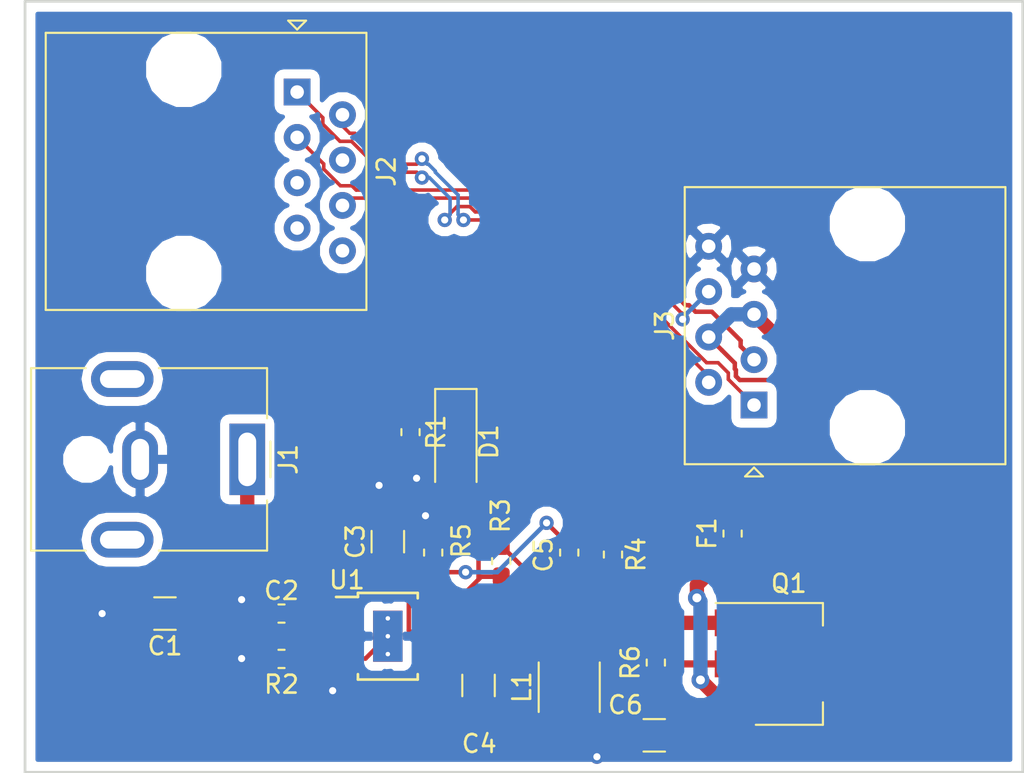
<source format=kicad_pcb>
(kicad_pcb (version 20171130) (host pcbnew "(5.0.0)")

  (general
    (thickness 1.6)
    (drawings 4)
    (tracks 193)
    (zones 0)
    (modules 20)
    (nets 24)
  )

  (page A4)
  (layers
    (0 F.Cu signal)
    (31 B.Cu signal)
    (32 B.Adhes user)
    (33 F.Adhes user)
    (34 B.Paste user)
    (35 F.Paste user)
    (36 B.SilkS user)
    (37 F.SilkS user)
    (38 B.Mask user)
    (39 F.Mask user)
    (40 Dwgs.User user)
    (41 Cmts.User user)
    (42 Eco1.User user)
    (43 Eco2.User user)
    (44 Edge.Cuts user)
    (45 Margin user)
    (46 B.CrtYd user)
    (47 F.CrtYd user)
    (48 B.Fab user)
    (49 F.Fab user)
  )

  (setup
    (last_trace_width 0.8)
    (user_trace_width 0.4)
    (user_trace_width 0.8)
    (trace_clearance 0.2)
    (zone_clearance 0.508)
    (zone_45_only no)
    (trace_min 0.2)
    (segment_width 0.2)
    (edge_width 0.15)
    (via_size 0.8)
    (via_drill 0.4)
    (via_min_size 0.4)
    (via_min_drill 0.3)
    (user_via 1 0.5)
    (uvia_size 0.3)
    (uvia_drill 0.1)
    (uvias_allowed no)
    (uvia_min_size 0.2)
    (uvia_min_drill 0.1)
    (pcb_text_width 0.3)
    (pcb_text_size 1.5 1.5)
    (mod_edge_width 0.15)
    (mod_text_size 1 1)
    (mod_text_width 0.15)
    (pad_size 1.524 1.524)
    (pad_drill 0.762)
    (pad_to_mask_clearance 0.2)
    (aux_axis_origin 0 0)
    (visible_elements 7FFFFFFF)
    (pcbplotparams
      (layerselection 0x010fc_ffffffff)
      (usegerberextensions false)
      (usegerberattributes false)
      (usegerberadvancedattributes false)
      (creategerberjobfile false)
      (excludeedgelayer true)
      (linewidth 0.100000)
      (plotframeref false)
      (viasonmask false)
      (mode 1)
      (useauxorigin false)
      (hpglpennumber 1)
      (hpglpenspeed 20)
      (hpglpendiameter 15.000000)
      (psnegative false)
      (psa4output false)
      (plotreference true)
      (plotvalue true)
      (plotinvisibletext false)
      (padsonsilk false)
      (subtractmaskfromsilk false)
      (outputformat 1)
      (mirror false)
      (drillshape 1)
      (scaleselection 1)
      (outputdirectory ""))
  )

  (net 0 "")
  (net 1 GND)
  (net 2 "Net-(C1-Pad1)")
  (net 3 "Net-(C2-Pad1)")
  (net 4 "Net-(C3-Pad1)")
  (net 5 "Net-(C4-Pad1)")
  (net 6 "Net-(C4-Pad2)")
  (net 7 "Net-(C5-Pad2)")
  (net 8 "Net-(C5-Pad1)")
  (net 9 "Net-(C6-Pad1)")
  (net 10 "Net-(D1-Pad1)")
  (net 11 "Net-(D1-Pad2)")
  (net 12 "Net-(J2-Pad8)")
  (net 13 "Net-(J2-Pad7)")
  (net 14 "Net-(J2-Pad5)")
  (net 15 "Net-(J2-Pad4)")
  (net 16 "Net-(R2-Pad1)")
  (net 17 "Net-(U1-Pad1)")
  (net 18 /TX-)
  (net 19 /TX+)
  (net 20 /RX-)
  (net 21 /RX+)
  (net 22 "Net-(F1-Pad2)")
  (net 23 "Net-(F1-Pad1)")

  (net_class Default "This is the default net class."
    (clearance 0.2)
    (trace_width 0.25)
    (via_dia 0.8)
    (via_drill 0.4)
    (uvia_dia 0.3)
    (uvia_drill 0.1)
    (add_net /RX+)
    (add_net /RX-)
    (add_net /TX+)
    (add_net /TX-)
    (add_net GND)
    (add_net "Net-(C1-Pad1)")
    (add_net "Net-(C2-Pad1)")
    (add_net "Net-(C3-Pad1)")
    (add_net "Net-(C4-Pad1)")
    (add_net "Net-(C4-Pad2)")
    (add_net "Net-(C5-Pad1)")
    (add_net "Net-(C5-Pad2)")
    (add_net "Net-(C6-Pad1)")
    (add_net "Net-(D1-Pad1)")
    (add_net "Net-(D1-Pad2)")
    (add_net "Net-(F1-Pad1)")
    (add_net "Net-(F1-Pad2)")
    (add_net "Net-(J2-Pad4)")
    (add_net "Net-(J2-Pad5)")
    (add_net "Net-(J2-Pad7)")
    (add_net "Net-(J2-Pad8)")
    (add_net "Net-(R2-Pad1)")
    (add_net "Net-(U1-Pad1)")
  )

  (module Connector_RJ:RJ45_Amphenol_54602-x08_Horizontal (layer F.Cu) (tedit 5B103613) (tstamp 5B958EB2)
    (at 105.41 102.87 270)
    (descr "8 Pol Shallow Latch Connector, Modjack, RJ45 (https://cdn.amphenol-icc.com/media/wysiwyg/files/drawing/c-bmj-0102.pdf)")
    (tags RJ45)
    (path /5B93F0B5)
    (fp_text reference J2 (at 4.445 -5 270) (layer F.SilkS)
      (effects (font (size 1 1) (thickness 0.15)))
    )
    (fp_text value RJ45_LED_Shielded (at 4.445 4 270) (layer F.Fab)
      (effects (font (size 1 1) (thickness 0.15)))
    )
    (fp_line (start 12.6 14.47) (end -3.71 14.47) (layer F.CrtYd) (width 0.05))
    (fp_line (start 12.6 14.47) (end 12.6 -4.27) (layer F.CrtYd) (width 0.05))
    (fp_line (start -3.71 -4.27) (end -3.71 14.47) (layer F.CrtYd) (width 0.05))
    (fp_line (start -3.71 -4.27) (end 12.6 -4.27) (layer F.CrtYd) (width 0.05))
    (fp_line (start -3.315 -3.88) (end -3.315 14.08) (layer F.SilkS) (width 0.12))
    (fp_line (start 12.205 -3.88) (end -3.315 -3.88) (layer F.SilkS) (width 0.12))
    (fp_line (start 12.205 -3.88) (end 12.205 14.08) (layer F.SilkS) (width 0.12))
    (fp_line (start -3.315 14.08) (end 12.205 14.08) (layer F.SilkS) (width 0.12))
    (fp_line (start -3.205 -2.77) (end -2.205 -3.77) (layer F.Fab) (width 0.12))
    (fp_line (start -2.205 -3.77) (end 12.095 -3.77) (layer F.Fab) (width 0.12))
    (fp_line (start 12.095 -3.77) (end 12.095 13.97) (layer F.Fab) (width 0.12))
    (fp_line (start 12.095 13.97) (end -3.205 13.97) (layer F.Fab) (width 0.12))
    (fp_line (start -3.205 13.97) (end -3.205 -2.77) (layer F.Fab) (width 0.12))
    (fp_line (start -3.5 0) (end -4 -0.5) (layer F.SilkS) (width 0.12))
    (fp_line (start -4 -0.5) (end -4 0.5) (layer F.SilkS) (width 0.12))
    (fp_line (start -4 0.5) (end -3.5 0) (layer F.SilkS) (width 0.12))
    (fp_text user %R (at 4.445 2 270) (layer F.Fab)
      (effects (font (size 1 1) (thickness 0.15)))
    )
    (pad 8 thru_hole circle (at 8.89 -2.54 270) (size 1.5 1.5) (drill 0.76) (layers *.Cu *.Mask)
      (net 12 "Net-(J2-Pad8)"))
    (pad 7 thru_hole circle (at 7.62 0 270) (size 1.5 1.5) (drill 0.76) (layers *.Cu *.Mask)
      (net 13 "Net-(J2-Pad7)"))
    (pad 6 thru_hole circle (at 6.35 -2.54 270) (size 1.5 1.5) (drill 0.76) (layers *.Cu *.Mask)
      (net 18 /TX-))
    (pad 5 thru_hole circle (at 5.08 0 270) (size 1.5 1.5) (drill 0.76) (layers *.Cu *.Mask)
      (net 14 "Net-(J2-Pad5)"))
    (pad 4 thru_hole circle (at 3.81 -2.54 270) (size 1.5 1.5) (drill 0.76) (layers *.Cu *.Mask)
      (net 15 "Net-(J2-Pad4)"))
    (pad 3 thru_hole circle (at 2.54 0 270) (size 1.5 1.5) (drill 0.76) (layers *.Cu *.Mask)
      (net 19 /TX+))
    (pad 2 thru_hole circle (at 1.27 -2.54 270) (size 1.5 1.5) (drill 0.76) (layers *.Cu *.Mask)
      (net 20 /RX-))
    (pad 1 thru_hole rect (at 0 0 270) (size 1.5 1.5) (drill 0.76) (layers *.Cu *.Mask)
      (net 21 /RX+))
    (pad "" np_thru_hole circle (at -1.27 6.35 270) (size 3.2 3.2) (drill 3.2) (layers *.Cu *.Mask))
    (pad "" np_thru_hole circle (at 10.16 6.35 270) (size 3.2 3.2) (drill 3.2) (layers *.Cu *.Mask))
    (model ${KISYS3DMOD}/Connector_RJ.3dshapes/RJ45_Amphenol_54602-x08_Horizontal.wrl
      (at (xyz 0 0 0))
      (scale (xyz 1 1 1))
      (rotate (xyz 0 0 0))
    )
    (model "${KIPRJMOD}/3d models/Connector_RJ.3dshapes/Connector_RJ.3dshapes/RJ45_Amphenol_RJHSE538X.wrl"
      (offset (xyz 7.5 -4.5 0))
      (scale (xyz 1 1 1))
      (rotate (xyz 0 0 180))
    )
  )

  (module Capacitor_SMD:C_1206_3216Metric_Pad1.42x1.75mm_HandSolder (layer F.Cu) (tedit 5B301BBE) (tstamp 5B958E0E)
    (at 98.0075 132.08 180)
    (descr "Capacitor SMD 1206 (3216 Metric), square (rectangular) end terminal, IPC_7351 nominal with elongated pad for handsoldering. (Body size source: http://www.tortai-tech.com/upload/download/2011102023233369053.pdf), generated with kicad-footprint-generator")
    (tags "capacitor handsolder")
    (path /5B94235C)
    (attr smd)
    (fp_text reference C1 (at 0 -1.82 180) (layer F.SilkS)
      (effects (font (size 1 1) (thickness 0.15)))
    )
    (fp_text value 4.7uF (at 0 1.82 180) (layer F.Fab)
      (effects (font (size 1 1) (thickness 0.15)))
    )
    (fp_text user %R (at 0 0 180) (layer F.Fab)
      (effects (font (size 0.8 0.8) (thickness 0.12)))
    )
    (fp_line (start 2.45 1.12) (end -2.45 1.12) (layer F.CrtYd) (width 0.05))
    (fp_line (start 2.45 -1.12) (end 2.45 1.12) (layer F.CrtYd) (width 0.05))
    (fp_line (start -2.45 -1.12) (end 2.45 -1.12) (layer F.CrtYd) (width 0.05))
    (fp_line (start -2.45 1.12) (end -2.45 -1.12) (layer F.CrtYd) (width 0.05))
    (fp_line (start -0.602064 0.91) (end 0.602064 0.91) (layer F.SilkS) (width 0.12))
    (fp_line (start -0.602064 -0.91) (end 0.602064 -0.91) (layer F.SilkS) (width 0.12))
    (fp_line (start 1.6 0.8) (end -1.6 0.8) (layer F.Fab) (width 0.1))
    (fp_line (start 1.6 -0.8) (end 1.6 0.8) (layer F.Fab) (width 0.1))
    (fp_line (start -1.6 -0.8) (end 1.6 -0.8) (layer F.Fab) (width 0.1))
    (fp_line (start -1.6 0.8) (end -1.6 -0.8) (layer F.Fab) (width 0.1))
    (pad 2 smd roundrect (at 1.4875 0 180) (size 1.425 1.75) (layers F.Cu F.Paste F.Mask) (roundrect_rratio 0.175439)
      (net 1 GND))
    (pad 1 smd roundrect (at -1.4875 0 180) (size 1.425 1.75) (layers F.Cu F.Paste F.Mask) (roundrect_rratio 0.175439)
      (net 2 "Net-(C1-Pad1)"))
    (model ${KISYS3DMOD}/Capacitor_SMD.3dshapes/C_1206_3216Metric.wrl
      (at (xyz 0 0 0))
      (scale (xyz 1 1 1))
      (rotate (xyz 0 0 0))
    )
  )

  (module Capacitor_SMD:C_0603_1608Metric_Pad1.05x0.95mm_HandSolder (layer F.Cu) (tedit 5B301BBE) (tstamp 5B958E1F)
    (at 104.535 132.08 180)
    (descr "Capacitor SMD 0603 (1608 Metric), square (rectangular) end terminal, IPC_7351 nominal with elongated pad for handsoldering. (Body size source: http://www.tortai-tech.com/upload/download/2011102023233369053.pdf), generated with kicad-footprint-generator")
    (tags "capacitor handsolder")
    (path /5B94C6CF)
    (attr smd)
    (fp_text reference C2 (at 0 1.28 180) (layer F.SilkS)
      (effects (font (size 1 1) (thickness 0.15)))
    )
    (fp_text value 10nF (at 0 1.43 180) (layer F.Fab)
      (effects (font (size 1 1) (thickness 0.15)))
    )
    (fp_line (start -0.8 0.4) (end -0.8 -0.4) (layer F.Fab) (width 0.1))
    (fp_line (start -0.8 -0.4) (end 0.8 -0.4) (layer F.Fab) (width 0.1))
    (fp_line (start 0.8 -0.4) (end 0.8 0.4) (layer F.Fab) (width 0.1))
    (fp_line (start 0.8 0.4) (end -0.8 0.4) (layer F.Fab) (width 0.1))
    (fp_line (start -0.171267 -0.51) (end 0.171267 -0.51) (layer F.SilkS) (width 0.12))
    (fp_line (start -0.171267 0.51) (end 0.171267 0.51) (layer F.SilkS) (width 0.12))
    (fp_line (start -1.65 0.73) (end -1.65 -0.73) (layer F.CrtYd) (width 0.05))
    (fp_line (start -1.65 -0.73) (end 1.65 -0.73) (layer F.CrtYd) (width 0.05))
    (fp_line (start 1.65 -0.73) (end 1.65 0.73) (layer F.CrtYd) (width 0.05))
    (fp_line (start 1.65 0.73) (end -1.65 0.73) (layer F.CrtYd) (width 0.05))
    (fp_text user %R (at 0 0 180) (layer F.Fab)
      (effects (font (size 0.4 0.4) (thickness 0.06)))
    )
    (pad 1 smd roundrect (at -0.875 0 180) (size 1.05 0.95) (layers F.Cu F.Paste F.Mask) (roundrect_rratio 0.25)
      (net 3 "Net-(C2-Pad1)"))
    (pad 2 smd roundrect (at 0.875 0 180) (size 1.05 0.95) (layers F.Cu F.Paste F.Mask) (roundrect_rratio 0.25)
      (net 1 GND))
    (model ${KISYS3DMOD}/Capacitor_SMD.3dshapes/C_0603_1608Metric.wrl
      (at (xyz 0 0 0))
      (scale (xyz 1 1 1))
      (rotate (xyz 0 0 0))
    )
  )

  (module Capacitor_SMD:C_1206_3216Metric_Pad1.42x1.75mm_HandSolder (layer F.Cu) (tedit 5B301BBE) (tstamp 5B958E30)
    (at 110.49 128.0525 90)
    (descr "Capacitor SMD 1206 (3216 Metric), square (rectangular) end terminal, IPC_7351 nominal with elongated pad for handsoldering. (Body size source: http://www.tortai-tech.com/upload/download/2011102023233369053.pdf), generated with kicad-footprint-generator")
    (tags "capacitor handsolder")
    (path /5B94D08B)
    (attr smd)
    (fp_text reference C3 (at 0 -1.82 90) (layer F.SilkS)
      (effects (font (size 1 1) (thickness 0.15)))
    )
    (fp_text value 1uF (at 0 1.82 90) (layer F.Fab)
      (effects (font (size 1 1) (thickness 0.15)))
    )
    (fp_line (start -1.6 0.8) (end -1.6 -0.8) (layer F.Fab) (width 0.1))
    (fp_line (start -1.6 -0.8) (end 1.6 -0.8) (layer F.Fab) (width 0.1))
    (fp_line (start 1.6 -0.8) (end 1.6 0.8) (layer F.Fab) (width 0.1))
    (fp_line (start 1.6 0.8) (end -1.6 0.8) (layer F.Fab) (width 0.1))
    (fp_line (start -0.602064 -0.91) (end 0.602064 -0.91) (layer F.SilkS) (width 0.12))
    (fp_line (start -0.602064 0.91) (end 0.602064 0.91) (layer F.SilkS) (width 0.12))
    (fp_line (start -2.45 1.12) (end -2.45 -1.12) (layer F.CrtYd) (width 0.05))
    (fp_line (start -2.45 -1.12) (end 2.45 -1.12) (layer F.CrtYd) (width 0.05))
    (fp_line (start 2.45 -1.12) (end 2.45 1.12) (layer F.CrtYd) (width 0.05))
    (fp_line (start 2.45 1.12) (end -2.45 1.12) (layer F.CrtYd) (width 0.05))
    (fp_text user %R (at 0 0 90) (layer F.Fab)
      (effects (font (size 0.8 0.8) (thickness 0.12)))
    )
    (pad 1 smd roundrect (at -1.4875 0 90) (size 1.425 1.75) (layers F.Cu F.Paste F.Mask) (roundrect_rratio 0.175439)
      (net 4 "Net-(C3-Pad1)"))
    (pad 2 smd roundrect (at 1.4875 0 90) (size 1.425 1.75) (layers F.Cu F.Paste F.Mask) (roundrect_rratio 0.175439)
      (net 1 GND))
    (model ${KISYS3DMOD}/Capacitor_SMD.3dshapes/C_1206_3216Metric.wrl
      (at (xyz 0 0 0))
      (scale (xyz 1 1 1))
      (rotate (xyz 0 0 0))
    )
  )

  (module Capacitor_SMD:C_1206_3216Metric_Pad1.42x1.75mm_HandSolder (layer F.Cu) (tedit 5B301BBE) (tstamp 5B958E41)
    (at 115.57 136.1075 270)
    (descr "Capacitor SMD 1206 (3216 Metric), square (rectangular) end terminal, IPC_7351 nominal with elongated pad for handsoldering. (Body size source: http://www.tortai-tech.com/upload/download/2011102023233369053.pdf), generated with kicad-footprint-generator")
    (tags "capacitor handsolder")
    (path /5B943244)
    (attr smd)
    (fp_text reference C4 (at 3.26484 -0.0381) (layer F.SilkS)
      (effects (font (size 1 1) (thickness 0.15)))
    )
    (fp_text value .1uF (at 0 1.82 270) (layer F.Fab)
      (effects (font (size 1 1) (thickness 0.15)))
    )
    (fp_line (start -1.6 0.8) (end -1.6 -0.8) (layer F.Fab) (width 0.1))
    (fp_line (start -1.6 -0.8) (end 1.6 -0.8) (layer F.Fab) (width 0.1))
    (fp_line (start 1.6 -0.8) (end 1.6 0.8) (layer F.Fab) (width 0.1))
    (fp_line (start 1.6 0.8) (end -1.6 0.8) (layer F.Fab) (width 0.1))
    (fp_line (start -0.602064 -0.91) (end 0.602064 -0.91) (layer F.SilkS) (width 0.12))
    (fp_line (start -0.602064 0.91) (end 0.602064 0.91) (layer F.SilkS) (width 0.12))
    (fp_line (start -2.45 1.12) (end -2.45 -1.12) (layer F.CrtYd) (width 0.05))
    (fp_line (start -2.45 -1.12) (end 2.45 -1.12) (layer F.CrtYd) (width 0.05))
    (fp_line (start 2.45 -1.12) (end 2.45 1.12) (layer F.CrtYd) (width 0.05))
    (fp_line (start 2.45 1.12) (end -2.45 1.12) (layer F.CrtYd) (width 0.05))
    (fp_text user %R (at 0 0 270) (layer F.Fab)
      (effects (font (size 0.8 0.8) (thickness 0.12)))
    )
    (pad 1 smd roundrect (at -1.4875 0 270) (size 1.425 1.75) (layers F.Cu F.Paste F.Mask) (roundrect_rratio 0.175439)
      (net 5 "Net-(C4-Pad1)"))
    (pad 2 smd roundrect (at 1.4875 0 270) (size 1.425 1.75) (layers F.Cu F.Paste F.Mask) (roundrect_rratio 0.175439)
      (net 6 "Net-(C4-Pad2)"))
    (model ${KISYS3DMOD}/Capacitor_SMD.3dshapes/C_1206_3216Metric.wrl
      (at (xyz 0 0 0))
      (scale (xyz 1 1 1))
      (rotate (xyz 0 0 0))
    )
  )

  (module Capacitor_SMD:C_0603_1608Metric_Pad1.05x0.95mm_HandSolder (layer F.Cu) (tedit 5B301BBE) (tstamp 5B958E52)
    (at 120.65 128.665 270)
    (descr "Capacitor SMD 0603 (1608 Metric), square (rectangular) end terminal, IPC_7351 nominal with elongated pad for handsoldering. (Body size source: http://www.tortai-tech.com/upload/download/2011102023233369053.pdf), generated with kicad-footprint-generator")
    (tags "capacitor handsolder")
    (path /5B94FC2F)
    (attr smd)
    (fp_text reference C5 (at 0.135 1.45 270) (layer F.SilkS)
      (effects (font (size 1 1) (thickness 0.15)))
    )
    (fp_text value 10pF (at 0 1.43 270) (layer F.Fab)
      (effects (font (size 1 1) (thickness 0.15)))
    )
    (fp_text user %R (at 0 0 270) (layer F.Fab)
      (effects (font (size 0.4 0.4) (thickness 0.06)))
    )
    (fp_line (start 1.65 0.73) (end -1.65 0.73) (layer F.CrtYd) (width 0.05))
    (fp_line (start 1.65 -0.73) (end 1.65 0.73) (layer F.CrtYd) (width 0.05))
    (fp_line (start -1.65 -0.73) (end 1.65 -0.73) (layer F.CrtYd) (width 0.05))
    (fp_line (start -1.65 0.73) (end -1.65 -0.73) (layer F.CrtYd) (width 0.05))
    (fp_line (start -0.171267 0.51) (end 0.171267 0.51) (layer F.SilkS) (width 0.12))
    (fp_line (start -0.171267 -0.51) (end 0.171267 -0.51) (layer F.SilkS) (width 0.12))
    (fp_line (start 0.8 0.4) (end -0.8 0.4) (layer F.Fab) (width 0.1))
    (fp_line (start 0.8 -0.4) (end 0.8 0.4) (layer F.Fab) (width 0.1))
    (fp_line (start -0.8 -0.4) (end 0.8 -0.4) (layer F.Fab) (width 0.1))
    (fp_line (start -0.8 0.4) (end -0.8 -0.4) (layer F.Fab) (width 0.1))
    (pad 2 smd roundrect (at 0.875 0 270) (size 1.05 0.95) (layers F.Cu F.Paste F.Mask) (roundrect_rratio 0.25)
      (net 7 "Net-(C5-Pad2)"))
    (pad 1 smd roundrect (at -0.875 0 270) (size 1.05 0.95) (layers F.Cu F.Paste F.Mask) (roundrect_rratio 0.25)
      (net 8 "Net-(C5-Pad1)"))
    (model ${KISYS3DMOD}/Capacitor_SMD.3dshapes/C_0603_1608Metric.wrl
      (at (xyz 0 0 0))
      (scale (xyz 1 1 1))
      (rotate (xyz 0 0 0))
    )
  )

  (module Capacitor_SMD:C_1206_3216Metric_Pad1.42x1.75mm_HandSolder (layer F.Cu) (tedit 5B301BBE) (tstamp 5B958E63)
    (at 125.4125 138.9 180)
    (descr "Capacitor SMD 1206 (3216 Metric), square (rectangular) end terminal, IPC_7351 nominal with elongated pad for handsoldering. (Body size source: http://www.tortai-tech.com/upload/download/2011102023233369053.pdf), generated with kicad-footprint-generator")
    (tags "capacitor handsolder")
    (path /5B965C5A)
    (attr smd)
    (fp_text reference C6 (at 1.6125 1.7 180) (layer F.SilkS)
      (effects (font (size 1 1) (thickness 0.15)))
    )
    (fp_text value 4.7uF (at 0 1.82 180) (layer F.Fab)
      (effects (font (size 1 1) (thickness 0.15)))
    )
    (fp_text user %R (at 0 0 180) (layer F.Fab)
      (effects (font (size 0.8 0.8) (thickness 0.12)))
    )
    (fp_line (start 2.45 1.12) (end -2.45 1.12) (layer F.CrtYd) (width 0.05))
    (fp_line (start 2.45 -1.12) (end 2.45 1.12) (layer F.CrtYd) (width 0.05))
    (fp_line (start -2.45 -1.12) (end 2.45 -1.12) (layer F.CrtYd) (width 0.05))
    (fp_line (start -2.45 1.12) (end -2.45 -1.12) (layer F.CrtYd) (width 0.05))
    (fp_line (start -0.602064 0.91) (end 0.602064 0.91) (layer F.SilkS) (width 0.12))
    (fp_line (start -0.602064 -0.91) (end 0.602064 -0.91) (layer F.SilkS) (width 0.12))
    (fp_line (start 1.6 0.8) (end -1.6 0.8) (layer F.Fab) (width 0.1))
    (fp_line (start 1.6 -0.8) (end 1.6 0.8) (layer F.Fab) (width 0.1))
    (fp_line (start -1.6 -0.8) (end 1.6 -0.8) (layer F.Fab) (width 0.1))
    (fp_line (start -1.6 0.8) (end -1.6 -0.8) (layer F.Fab) (width 0.1))
    (pad 2 smd roundrect (at 1.4875 0 180) (size 1.425 1.75) (layers F.Cu F.Paste F.Mask) (roundrect_rratio 0.175439)
      (net 1 GND))
    (pad 1 smd roundrect (at -1.4875 0 180) (size 1.425 1.75) (layers F.Cu F.Paste F.Mask) (roundrect_rratio 0.175439)
      (net 9 "Net-(C6-Pad1)"))
    (model ${KISYS3DMOD}/Capacitor_SMD.3dshapes/C_1206_3216Metric.wrl
      (at (xyz 0 0 0))
      (scale (xyz 1 1 1))
      (rotate (xyz 0 0 0))
    )
  )

  (module Diode_SMD:D_1806_4516Metric (layer F.Cu) (tedit 5B301BBE) (tstamp 5B958E76)
    (at 114.3 122.46 270)
    (descr "Diode SMD 1806 (4516 Metric), square (rectangular) end terminal, IPC_7351 nominal, (Body size source: https://www.modelithics.com/models/Vendor/MuRata/BLM41P.pdf), generated with kicad-footprint-generator")
    (tags diode)
    (path /5B94B52B)
    (attr smd)
    (fp_text reference D1 (at 0 -1.85 270) (layer F.SilkS)
      (effects (font (size 1 1) (thickness 0.15)))
    )
    (fp_text value LED (at 0 1.85 270) (layer F.Fab)
      (effects (font (size 1 1) (thickness 0.15)))
    )
    (fp_line (start 2.25 -0.8) (end -1.85 -0.8) (layer F.Fab) (width 0.1))
    (fp_line (start -1.85 -0.8) (end -2.25 -0.4) (layer F.Fab) (width 0.1))
    (fp_line (start -2.25 -0.4) (end -2.25 0.8) (layer F.Fab) (width 0.1))
    (fp_line (start -2.25 0.8) (end 2.25 0.8) (layer F.Fab) (width 0.1))
    (fp_line (start 2.25 0.8) (end 2.25 -0.8) (layer F.Fab) (width 0.1))
    (fp_line (start 2.25 -1.16) (end -2.96 -1.16) (layer F.SilkS) (width 0.12))
    (fp_line (start -2.96 -1.16) (end -2.96 1.16) (layer F.SilkS) (width 0.12))
    (fp_line (start -2.96 1.16) (end 2.25 1.16) (layer F.SilkS) (width 0.12))
    (fp_line (start -2.95 1.15) (end -2.95 -1.15) (layer F.CrtYd) (width 0.05))
    (fp_line (start -2.95 -1.15) (end 2.95 -1.15) (layer F.CrtYd) (width 0.05))
    (fp_line (start 2.95 -1.15) (end 2.95 1.15) (layer F.CrtYd) (width 0.05))
    (fp_line (start 2.95 1.15) (end -2.95 1.15) (layer F.CrtYd) (width 0.05))
    (fp_text user %R (at 0 0 270) (layer F.Fab)
      (effects (font (size 1 1) (thickness 0.15)))
    )
    (pad 1 smd roundrect (at -2 0 270) (size 1.4 1.8) (layers F.Cu F.Paste F.Mask) (roundrect_rratio 0.178571)
      (net 10 "Net-(D1-Pad1)"))
    (pad 2 smd roundrect (at 2 0 270) (size 1.4 1.8) (layers F.Cu F.Paste F.Mask) (roundrect_rratio 0.178571)
      (net 11 "Net-(D1-Pad2)"))
    (model ${KISYS3DMOD}/Diode_SMD.3dshapes/D_1806_4516Metric.wrl
      (at (xyz 0 0 0))
      (scale (xyz 1 1 1))
      (rotate (xyz 0 0 0))
    )
    (model ${KISYS3DMOD}/Diode_SMD.3dshapes/D_1206_3216Metric.wrl
      (at (xyz 0 0 0))
      (scale (xyz 1 1 1))
      (rotate (xyz 0 0 0))
    )
  )

  (module Connector_BarrelJack:BarrelJack_CUI_PJ-063AH_Horizontal (layer F.Cu) (tedit 5B0886BD) (tstamp 5B958E93)
    (at 102.616 123.444 270)
    (descr "Barrel Jack, 2.0mm ID, 5.5mm OD, 24V, 8A, no switch, https://www.cui.com/product/resource/pj-063ah.pdf")
    (tags "barrel jack cui dc power")
    (path /5B93F52F)
    (fp_text reference J1 (at 0 -2.3 270) (layer F.SilkS)
      (effects (font (size 1 1) (thickness 0.15)))
    )
    (fp_text value Jack-DC (at 0 13 270) (layer F.Fab)
      (effects (font (size 1 1) (thickness 0.15)))
    )
    (fp_line (start -5 -1) (end -1 -1) (layer F.Fab) (width 0.1))
    (fp_line (start -1 -1) (end 0 0) (layer F.Fab) (width 0.1))
    (fp_line (start 0 0) (end 1 -1) (layer F.Fab) (width 0.1))
    (fp_line (start 1 -1) (end 5 -1) (layer F.Fab) (width 0.1))
    (fp_line (start 5 -1) (end 5 12) (layer F.Fab) (width 0.1))
    (fp_line (start 5 12) (end -5 12) (layer F.Fab) (width 0.1))
    (fp_line (start -5 12) (end -5 -1) (layer F.Fab) (width 0.1))
    (fp_line (start -5.11 4.95) (end -5.11 -1.11) (layer F.SilkS) (width 0.12))
    (fp_line (start -5.11 -1.11) (end -2.3 -1.11) (layer F.SilkS) (width 0.12))
    (fp_line (start 2.3 -1.11) (end 5.11 -1.11) (layer F.SilkS) (width 0.12))
    (fp_line (start 5.11 -1.11) (end 5.11 4.95) (layer F.SilkS) (width 0.12))
    (fp_line (start 5.11 9.05) (end 5.11 12.11) (layer F.SilkS) (width 0.12))
    (fp_line (start 5.11 12.11) (end -5.11 12.11) (layer F.SilkS) (width 0.12))
    (fp_line (start -5.11 12.11) (end -5.11 9.05) (layer F.SilkS) (width 0.12))
    (fp_line (start -1 -1.3) (end 1 -1.3) (layer F.SilkS) (width 0.12))
    (fp_line (start -6 -1.5) (end -6 12.5) (layer F.CrtYd) (width 0.05))
    (fp_line (start -6 12.5) (end 6 12.5) (layer F.CrtYd) (width 0.05))
    (fp_line (start 6 12.5) (end 6 -1.5) (layer F.CrtYd) (width 0.05))
    (fp_line (start 6 -1.5) (end -6 -1.5) (layer F.CrtYd) (width 0.05))
    (fp_text user %R (at 0 5.5 270) (layer F.Fab)
      (effects (font (size 1 1) (thickness 0.15)))
    )
    (pad 1 thru_hole rect (at 0 0 270) (size 4 2) (drill oval 3 1) (layers *.Cu *.Mask)
      (net 2 "Net-(C1-Pad1)"))
    (pad 2 thru_hole oval (at 0 6 270) (size 3.3 2) (drill oval 2.3 1) (layers *.Cu *.Mask)
      (net 1 GND))
    (pad MP thru_hole oval (at -4.5 7 270) (size 2 3.5) (drill oval 1 2.5) (layers *.Cu *.Mask))
    (pad MP thru_hole oval (at 4.5 7 270) (size 2 3.5) (drill oval 1 2.5) (layers *.Cu *.Mask))
    (pad "" np_thru_hole circle (at 0 9 270) (size 1.6 1.6) (drill 1.6) (layers *.Cu *.Mask))
    (model ${KISYS3DMOD}/Connector_BarrelJack.3dshapes/BarrelJack_CUI_PJ-063AH_Horizontal.wrl
      (at (xyz 0 0 0))
      (scale (xyz 1 1 1))
      (rotate (xyz 0 0 0))
    )
    (model "${KIPRJMOD}/3d models/Connector_BarrelJack.3dshapes/Connector_BarrelJack.3dshapes/Connector_BarrelJack.3dshapes/BarrelJack_CUI_PJ-063BH_Horizontal.step"
      (at (xyz 0 0 0))
      (scale (xyz 1 1 1))
      (rotate (xyz 0 0 0))
    )
  )

  (module Connector_RJ:RJ45_Amphenol_54602-x08_Horizontal (layer F.Cu) (tedit 5B103613) (tstamp 5B958ED1)
    (at 131 120.4 90)
    (descr "8 Pol Shallow Latch Connector, Modjack, RJ45 (https://cdn.amphenol-icc.com/media/wysiwyg/files/drawing/c-bmj-0102.pdf)")
    (tags RJ45)
    (path /5B93F1D7)
    (fp_text reference J3 (at 4.445 -5 90) (layer F.SilkS)
      (effects (font (size 1 1) (thickness 0.15)))
    )
    (fp_text value RJ45_LED_Shielded (at 4.445 4 90) (layer F.Fab)
      (effects (font (size 1 1) (thickness 0.15)))
    )
    (fp_text user %R (at 4.445 2 90) (layer F.Fab)
      (effects (font (size 1 1) (thickness 0.15)))
    )
    (fp_line (start -4 0.5) (end -3.5 0) (layer F.SilkS) (width 0.12))
    (fp_line (start -4 -0.5) (end -4 0.5) (layer F.SilkS) (width 0.12))
    (fp_line (start -3.5 0) (end -4 -0.5) (layer F.SilkS) (width 0.12))
    (fp_line (start -3.205 13.97) (end -3.205 -2.77) (layer F.Fab) (width 0.12))
    (fp_line (start 12.095 13.97) (end -3.205 13.97) (layer F.Fab) (width 0.12))
    (fp_line (start 12.095 -3.77) (end 12.095 13.97) (layer F.Fab) (width 0.12))
    (fp_line (start -2.205 -3.77) (end 12.095 -3.77) (layer F.Fab) (width 0.12))
    (fp_line (start -3.205 -2.77) (end -2.205 -3.77) (layer F.Fab) (width 0.12))
    (fp_line (start -3.315 14.08) (end 12.205 14.08) (layer F.SilkS) (width 0.12))
    (fp_line (start 12.205 -3.88) (end 12.205 14.08) (layer F.SilkS) (width 0.12))
    (fp_line (start 12.205 -3.88) (end -3.315 -3.88) (layer F.SilkS) (width 0.12))
    (fp_line (start -3.315 -3.88) (end -3.315 14.08) (layer F.SilkS) (width 0.12))
    (fp_line (start -3.71 -4.27) (end 12.6 -4.27) (layer F.CrtYd) (width 0.05))
    (fp_line (start -3.71 -4.27) (end -3.71 14.47) (layer F.CrtYd) (width 0.05))
    (fp_line (start 12.6 14.47) (end 12.6 -4.27) (layer F.CrtYd) (width 0.05))
    (fp_line (start 12.6 14.47) (end -3.71 14.47) (layer F.CrtYd) (width 0.05))
    (pad "" np_thru_hole circle (at 10.16 6.35 90) (size 3.2 3.2) (drill 3.2) (layers *.Cu *.Mask))
    (pad "" np_thru_hole circle (at -1.27 6.35 90) (size 3.2 3.2) (drill 3.2) (layers *.Cu *.Mask))
    (pad 1 thru_hole rect (at 0 0 90) (size 1.5 1.5) (drill 0.76) (layers *.Cu *.Mask)
      (net 21 /RX+))
    (pad 2 thru_hole circle (at 1.27 -2.54 90) (size 1.5 1.5) (drill 0.76) (layers *.Cu *.Mask)
      (net 20 /RX-))
    (pad 3 thru_hole circle (at 2.54 0 90) (size 1.5 1.5) (drill 0.76) (layers *.Cu *.Mask)
      (net 19 /TX+))
    (pad 4 thru_hole circle (at 3.81 -2.54 90) (size 1.5 1.5) (drill 0.76) (layers *.Cu *.Mask)
      (net 22 "Net-(F1-Pad2)"))
    (pad 5 thru_hole circle (at 5.08 0 90) (size 1.5 1.5) (drill 0.76) (layers *.Cu *.Mask)
      (net 22 "Net-(F1-Pad2)"))
    (pad 6 thru_hole circle (at 6.35 -2.54 90) (size 1.5 1.5) (drill 0.76) (layers *.Cu *.Mask)
      (net 18 /TX-))
    (pad 7 thru_hole circle (at 7.62 0 90) (size 1.5 1.5) (drill 0.76) (layers *.Cu *.Mask)
      (net 1 GND))
    (pad 8 thru_hole circle (at 8.89 -2.54 90) (size 1.5 1.5) (drill 0.76) (layers *.Cu *.Mask)
      (net 1 GND))
    (model ${KISYS3DMOD}/Connector_RJ.3dshapes/RJ45_Amphenol_54602-x08_Horizontal.wrl
      (at (xyz 0 0 0))
      (scale (xyz 1 1 1))
      (rotate (xyz 0 0 0))
    )
    (model "${KIPRJMOD}/3d models/Connector_RJ.3dshapes/Connector_RJ.3dshapes/RJ45_Amphenol_RJHSE538X.wrl"
      (offset (xyz 8 -5.5 0))
      (scale (xyz 1 1 1))
      (rotate (xyz 0 0 180))
    )
  )

  (module Inductor_SMD:L_1812_4532Metric_Pad1.30x3.40mm_HandSolder (layer F.Cu) (tedit 5B301BBE) (tstamp 5B958EE2)
    (at 120.65 136.205 90)
    (descr "Capacitor SMD 1812 (4532 Metric), square (rectangular) end terminal, IPC_7351 nominal with elongated pad for handsoldering. (Body size source: https://www.nikhef.nl/pub/departments/mt/projects/detectorR_D/dtddice/ERJ2G.pdf), generated with kicad-footprint-generator")
    (tags "inductor handsolder")
    (path /5B9437F7)
    (attr smd)
    (fp_text reference L1 (at 0 -2.65 90) (layer F.SilkS)
      (effects (font (size 1 1) (thickness 0.15)))
    )
    (fp_text value 22uH (at 0 2.65 90) (layer F.Fab)
      (effects (font (size 1 1) (thickness 0.15)))
    )
    (fp_line (start -2.25 1.6) (end -2.25 -1.6) (layer F.Fab) (width 0.1))
    (fp_line (start -2.25 -1.6) (end 2.25 -1.6) (layer F.Fab) (width 0.1))
    (fp_line (start 2.25 -1.6) (end 2.25 1.6) (layer F.Fab) (width 0.1))
    (fp_line (start 2.25 1.6) (end -2.25 1.6) (layer F.Fab) (width 0.1))
    (fp_line (start -1.386252 -1.71) (end 1.386252 -1.71) (layer F.SilkS) (width 0.12))
    (fp_line (start -1.386252 1.71) (end 1.386252 1.71) (layer F.SilkS) (width 0.12))
    (fp_line (start -3.12 1.95) (end -3.12 -1.95) (layer F.CrtYd) (width 0.05))
    (fp_line (start -3.12 -1.95) (end 3.12 -1.95) (layer F.CrtYd) (width 0.05))
    (fp_line (start 3.12 -1.95) (end 3.12 1.95) (layer F.CrtYd) (width 0.05))
    (fp_line (start 3.12 1.95) (end -3.12 1.95) (layer F.CrtYd) (width 0.05))
    (fp_text user %R (at 0 0 90) (layer F.Fab)
      (effects (font (size 1 1) (thickness 0.15)))
    )
    (pad 1 smd roundrect (at -2.225 0 90) (size 1.3 3.4) (layers F.Cu F.Paste F.Mask) (roundrect_rratio 0.192308)
      (net 6 "Net-(C4-Pad2)"))
    (pad 2 smd roundrect (at 2.225 0 90) (size 1.3 3.4) (layers F.Cu F.Paste F.Mask) (roundrect_rratio 0.192308)
      (net 7 "Net-(C5-Pad2)"))
    (model ${KISYS3DMOD}/Inductor_SMD.3dshapes/L_1812_4532Metric.wrl
      (at (xyz 0 0 0))
      (scale (xyz 1 1 1))
      (rotate (xyz 0 0 0))
    )
  )

  (module Package_TO_SOT_SMD:SOT-223 (layer F.Cu) (tedit 5A02FF57) (tstamp 5B958EF8)
    (at 132.95 134.9)
    (descr "module CMS SOT223 4 pins")
    (tags "CMS SOT")
    (path /5B96A7AF)
    (attr smd)
    (fp_text reference Q1 (at 0 -4.5) (layer F.SilkS)
      (effects (font (size 1 1) (thickness 0.15)))
    )
    (fp_text value Q_NMOS_DGS (at 0 4.5) (layer F.Fab)
      (effects (font (size 1 1) (thickness 0.15)))
    )
    (fp_text user %R (at 0 0 90) (layer F.Fab)
      (effects (font (size 0.8 0.8) (thickness 0.12)))
    )
    (fp_line (start -1.85 -2.3) (end -0.8 -3.35) (layer F.Fab) (width 0.1))
    (fp_line (start 1.91 3.41) (end 1.91 2.15) (layer F.SilkS) (width 0.12))
    (fp_line (start 1.91 -3.41) (end 1.91 -2.15) (layer F.SilkS) (width 0.12))
    (fp_line (start 4.4 -3.6) (end -4.4 -3.6) (layer F.CrtYd) (width 0.05))
    (fp_line (start 4.4 3.6) (end 4.4 -3.6) (layer F.CrtYd) (width 0.05))
    (fp_line (start -4.4 3.6) (end 4.4 3.6) (layer F.CrtYd) (width 0.05))
    (fp_line (start -4.4 -3.6) (end -4.4 3.6) (layer F.CrtYd) (width 0.05))
    (fp_line (start -1.85 -2.3) (end -1.85 3.35) (layer F.Fab) (width 0.1))
    (fp_line (start -1.85 3.41) (end 1.91 3.41) (layer F.SilkS) (width 0.12))
    (fp_line (start -0.8 -3.35) (end 1.85 -3.35) (layer F.Fab) (width 0.1))
    (fp_line (start -4.1 -3.41) (end 1.91 -3.41) (layer F.SilkS) (width 0.12))
    (fp_line (start -1.85 3.35) (end 1.85 3.35) (layer F.Fab) (width 0.1))
    (fp_line (start 1.85 -3.35) (end 1.85 3.35) (layer F.Fab) (width 0.1))
    (pad 4 smd rect (at 3.15 0) (size 2 3.8) (layers F.Cu F.Paste F.Mask))
    (pad 2 smd rect (at -3.15 0) (size 2 1.5) (layers F.Cu F.Paste F.Mask)
      (net 9 "Net-(C6-Pad1)"))
    (pad 3 smd rect (at -3.15 2.3) (size 2 1.5) (layers F.Cu F.Paste F.Mask)
      (net 23 "Net-(F1-Pad1)"))
    (pad 1 smd rect (at -3.15 -2.3) (size 2 1.5) (layers F.Cu F.Paste F.Mask)
      (net 7 "Net-(C5-Pad2)"))
    (model ${KISYS3DMOD}/Package_TO_SOT_SMD.3dshapes/SOT-223.wrl
      (at (xyz 0 0 0))
      (scale (xyz 1 1 1))
      (rotate (xyz 0 0 0))
    )
  )

  (module Resistor_SMD:R_0603_1608Metric_Pad1.05x0.95mm_HandSolder (layer F.Cu) (tedit 5B301BBD) (tstamp 5B958F09)
    (at 111.76 121.92 270)
    (descr "Resistor SMD 0603 (1608 Metric), square (rectangular) end terminal, IPC_7351 nominal with elongated pad for handsoldering. (Body size source: http://www.tortai-tech.com/upload/download/2011102023233369053.pdf), generated with kicad-footprint-generator")
    (tags "resistor handsolder")
    (path /5B94B661)
    (attr smd)
    (fp_text reference R1 (at 0 -1.43 270) (layer F.SilkS)
      (effects (font (size 1 1) (thickness 0.15)))
    )
    (fp_text value 10k (at 0 1.43 270) (layer F.Fab)
      (effects (font (size 1 1) (thickness 0.15)))
    )
    (fp_text user %R (at 0 0 270) (layer F.Fab)
      (effects (font (size 0.4 0.4) (thickness 0.06)))
    )
    (fp_line (start 1.65 0.73) (end -1.65 0.73) (layer F.CrtYd) (width 0.05))
    (fp_line (start 1.65 -0.73) (end 1.65 0.73) (layer F.CrtYd) (width 0.05))
    (fp_line (start -1.65 -0.73) (end 1.65 -0.73) (layer F.CrtYd) (width 0.05))
    (fp_line (start -1.65 0.73) (end -1.65 -0.73) (layer F.CrtYd) (width 0.05))
    (fp_line (start -0.171267 0.51) (end 0.171267 0.51) (layer F.SilkS) (width 0.12))
    (fp_line (start -0.171267 -0.51) (end 0.171267 -0.51) (layer F.SilkS) (width 0.12))
    (fp_line (start 0.8 0.4) (end -0.8 0.4) (layer F.Fab) (width 0.1))
    (fp_line (start 0.8 -0.4) (end 0.8 0.4) (layer F.Fab) (width 0.1))
    (fp_line (start -0.8 -0.4) (end 0.8 -0.4) (layer F.Fab) (width 0.1))
    (fp_line (start -0.8 0.4) (end -0.8 -0.4) (layer F.Fab) (width 0.1))
    (pad 2 smd roundrect (at 0.875 0 270) (size 1.05 0.95) (layers F.Cu F.Paste F.Mask) (roundrect_rratio 0.25)
      (net 1 GND))
    (pad 1 smd roundrect (at -0.875 0 270) (size 1.05 0.95) (layers F.Cu F.Paste F.Mask) (roundrect_rratio 0.25)
      (net 10 "Net-(D1-Pad1)"))
    (model ${KISYS3DMOD}/Resistor_SMD.3dshapes/R_0603_1608Metric.wrl
      (at (xyz 0 0 0))
      (scale (xyz 1 1 1))
      (rotate (xyz 0 0 0))
    )
  )

  (module Resistor_SMD:R_0603_1608Metric_Pad1.05x0.95mm_HandSolder (layer F.Cu) (tedit 5B301BBD) (tstamp 5B958F1A)
    (at 104.535 134.62 180)
    (descr "Resistor SMD 0603 (1608 Metric), square (rectangular) end terminal, IPC_7351 nominal with elongated pad for handsoldering. (Body size source: http://www.tortai-tech.com/upload/download/2011102023233369053.pdf), generated with kicad-footprint-generator")
    (tags "resistor handsolder")
    (path /5B94CB1A)
    (attr smd)
    (fp_text reference R2 (at 0 -1.43 180) (layer F.SilkS)
      (effects (font (size 1 1) (thickness 0.15)))
    )
    (fp_text value 41.2k (at 0 1.43 180) (layer F.Fab)
      (effects (font (size 1 1) (thickness 0.15)))
    )
    (fp_line (start -0.8 0.4) (end -0.8 -0.4) (layer F.Fab) (width 0.1))
    (fp_line (start -0.8 -0.4) (end 0.8 -0.4) (layer F.Fab) (width 0.1))
    (fp_line (start 0.8 -0.4) (end 0.8 0.4) (layer F.Fab) (width 0.1))
    (fp_line (start 0.8 0.4) (end -0.8 0.4) (layer F.Fab) (width 0.1))
    (fp_line (start -0.171267 -0.51) (end 0.171267 -0.51) (layer F.SilkS) (width 0.12))
    (fp_line (start -0.171267 0.51) (end 0.171267 0.51) (layer F.SilkS) (width 0.12))
    (fp_line (start -1.65 0.73) (end -1.65 -0.73) (layer F.CrtYd) (width 0.05))
    (fp_line (start -1.65 -0.73) (end 1.65 -0.73) (layer F.CrtYd) (width 0.05))
    (fp_line (start 1.65 -0.73) (end 1.65 0.73) (layer F.CrtYd) (width 0.05))
    (fp_line (start 1.65 0.73) (end -1.65 0.73) (layer F.CrtYd) (width 0.05))
    (fp_text user %R (at 0 0 180) (layer F.Fab)
      (effects (font (size 0.4 0.4) (thickness 0.06)))
    )
    (pad 1 smd roundrect (at -0.875 0 180) (size 1.05 0.95) (layers F.Cu F.Paste F.Mask) (roundrect_rratio 0.25)
      (net 16 "Net-(R2-Pad1)"))
    (pad 2 smd roundrect (at 0.875 0 180) (size 1.05 0.95) (layers F.Cu F.Paste F.Mask) (roundrect_rratio 0.25)
      (net 1 GND))
    (model ${KISYS3DMOD}/Resistor_SMD.3dshapes/R_0603_1608Metric.wrl
      (at (xyz 0 0 0))
      (scale (xyz 1 1 1))
      (rotate (xyz 0 0 0))
    )
  )

  (module Resistor_SMD:R_0603_1608Metric_Pad1.05x0.95mm_HandSolder (layer F.Cu) (tedit 5B301BBD) (tstamp 5B9495FD)
    (at 116.84 129.145 90)
    (descr "Resistor SMD 0603 (1608 Metric), square (rectangular) end terminal, IPC_7351 nominal with elongated pad for handsoldering. (Body size source: http://www.tortai-tech.com/upload/download/2011102023233369053.pdf), generated with kicad-footprint-generator")
    (tags "resistor handsolder")
    (path /5B94A4FC)
    (attr smd)
    (fp_text reference R3 (at 2.545 -0.04 90) (layer F.SilkS)
      (effects (font (size 1 1) (thickness 0.15)))
    )
    (fp_text value 100k (at 0 1.43 90) (layer F.Fab)
      (effects (font (size 1 1) (thickness 0.15)))
    )
    (fp_line (start -0.8 0.4) (end -0.8 -0.4) (layer F.Fab) (width 0.1))
    (fp_line (start -0.8 -0.4) (end 0.8 -0.4) (layer F.Fab) (width 0.1))
    (fp_line (start 0.8 -0.4) (end 0.8 0.4) (layer F.Fab) (width 0.1))
    (fp_line (start 0.8 0.4) (end -0.8 0.4) (layer F.Fab) (width 0.1))
    (fp_line (start -0.171267 -0.51) (end 0.171267 -0.51) (layer F.SilkS) (width 0.12))
    (fp_line (start -0.171267 0.51) (end 0.171267 0.51) (layer F.SilkS) (width 0.12))
    (fp_line (start -1.65 0.73) (end -1.65 -0.73) (layer F.CrtYd) (width 0.05))
    (fp_line (start -1.65 -0.73) (end 1.65 -0.73) (layer F.CrtYd) (width 0.05))
    (fp_line (start 1.65 -0.73) (end 1.65 0.73) (layer F.CrtYd) (width 0.05))
    (fp_line (start 1.65 0.73) (end -1.65 0.73) (layer F.CrtYd) (width 0.05))
    (fp_text user %R (at 0 0 90) (layer F.Fab)
      (effects (font (size 0.4 0.4) (thickness 0.06)))
    )
    (pad 1 smd roundrect (at -0.875 0 90) (size 1.05 0.95) (layers F.Cu F.Paste F.Mask) (roundrect_rratio 0.25)
      (net 11 "Net-(D1-Pad2)"))
    (pad 2 smd roundrect (at 0.875 0 90) (size 1.05 0.95) (layers F.Cu F.Paste F.Mask) (roundrect_rratio 0.25)
      (net 7 "Net-(C5-Pad2)"))
    (model ${KISYS3DMOD}/Resistor_SMD.3dshapes/R_0603_1608Metric.wrl
      (at (xyz 0 0 0))
      (scale (xyz 1 1 1))
      (rotate (xyz 0 0 0))
    )
  )

  (module Resistor_SMD:R_0603_1608Metric_Pad1.05x0.95mm_HandSolder (layer F.Cu) (tedit 5B301BBD) (tstamp 5B958F3C)
    (at 123.1 128.775 90)
    (descr "Resistor SMD 0603 (1608 Metric), square (rectangular) end terminal, IPC_7351 nominal with elongated pad for handsoldering. (Body size source: http://www.tortai-tech.com/upload/download/2011102023233369053.pdf), generated with kicad-footprint-generator")
    (tags "resistor handsolder")
    (path /5B94ECF6)
    (attr smd)
    (fp_text reference R4 (at 0 1.3 90) (layer F.SilkS)
      (effects (font (size 1 1) (thickness 0.15)))
    )
    (fp_text value 1M (at 0 1.43 90) (layer F.Fab)
      (effects (font (size 1 1) (thickness 0.15)))
    )
    (fp_text user %R (at 0 0 90) (layer F.Fab)
      (effects (font (size 0.4 0.4) (thickness 0.06)))
    )
    (fp_line (start 1.65 0.73) (end -1.65 0.73) (layer F.CrtYd) (width 0.05))
    (fp_line (start 1.65 -0.73) (end 1.65 0.73) (layer F.CrtYd) (width 0.05))
    (fp_line (start -1.65 -0.73) (end 1.65 -0.73) (layer F.CrtYd) (width 0.05))
    (fp_line (start -1.65 0.73) (end -1.65 -0.73) (layer F.CrtYd) (width 0.05))
    (fp_line (start -0.171267 0.51) (end 0.171267 0.51) (layer F.SilkS) (width 0.12))
    (fp_line (start -0.171267 -0.51) (end 0.171267 -0.51) (layer F.SilkS) (width 0.12))
    (fp_line (start 0.8 0.4) (end -0.8 0.4) (layer F.Fab) (width 0.1))
    (fp_line (start 0.8 -0.4) (end 0.8 0.4) (layer F.Fab) (width 0.1))
    (fp_line (start -0.8 -0.4) (end 0.8 -0.4) (layer F.Fab) (width 0.1))
    (fp_line (start -0.8 0.4) (end -0.8 -0.4) (layer F.Fab) (width 0.1))
    (pad 2 smd roundrect (at 0.875 0 90) (size 1.05 0.95) (layers F.Cu F.Paste F.Mask) (roundrect_rratio 0.25)
      (net 8 "Net-(C5-Pad1)"))
    (pad 1 smd roundrect (at -0.875 0 90) (size 1.05 0.95) (layers F.Cu F.Paste F.Mask) (roundrect_rratio 0.25)
      (net 7 "Net-(C5-Pad2)"))
    (model ${KISYS3DMOD}/Resistor_SMD.3dshapes/R_0603_1608Metric.wrl
      (at (xyz 0 0 0))
      (scale (xyz 1 1 1))
      (rotate (xyz 0 0 0))
    )
  )

  (module Resistor_SMD:R_0603_1608Metric_Pad1.05x0.95mm_HandSolder (layer F.Cu) (tedit 5B301BBD) (tstamp 5B958F4D)
    (at 113.03 128.665 270)
    (descr "Resistor SMD 0603 (1608 Metric), square (rectangular) end terminal, IPC_7351 nominal with elongated pad for handsoldering. (Body size source: http://www.tortai-tech.com/upload/download/2011102023233369053.pdf), generated with kicad-footprint-generator")
    (tags "resistor handsolder")
    (path /5B950DAF)
    (attr smd)
    (fp_text reference R5 (at -0.665 -1.57 270) (layer F.SilkS)
      (effects (font (size 1 1) (thickness 0.15)))
    )
    (fp_text value 88.7k (at 0 1.43 270) (layer F.Fab)
      (effects (font (size 1 1) (thickness 0.15)))
    )
    (fp_line (start -0.8 0.4) (end -0.8 -0.4) (layer F.Fab) (width 0.1))
    (fp_line (start -0.8 -0.4) (end 0.8 -0.4) (layer F.Fab) (width 0.1))
    (fp_line (start 0.8 -0.4) (end 0.8 0.4) (layer F.Fab) (width 0.1))
    (fp_line (start 0.8 0.4) (end -0.8 0.4) (layer F.Fab) (width 0.1))
    (fp_line (start -0.171267 -0.51) (end 0.171267 -0.51) (layer F.SilkS) (width 0.12))
    (fp_line (start -0.171267 0.51) (end 0.171267 0.51) (layer F.SilkS) (width 0.12))
    (fp_line (start -1.65 0.73) (end -1.65 -0.73) (layer F.CrtYd) (width 0.05))
    (fp_line (start -1.65 -0.73) (end 1.65 -0.73) (layer F.CrtYd) (width 0.05))
    (fp_line (start 1.65 -0.73) (end 1.65 0.73) (layer F.CrtYd) (width 0.05))
    (fp_line (start 1.65 0.73) (end -1.65 0.73) (layer F.CrtYd) (width 0.05))
    (fp_text user %R (at 0 0 270) (layer F.Fab)
      (effects (font (size 0.4 0.4) (thickness 0.06)))
    )
    (pad 1 smd roundrect (at -0.875 0 270) (size 1.05 0.95) (layers F.Cu F.Paste F.Mask) (roundrect_rratio 0.25)
      (net 1 GND))
    (pad 2 smd roundrect (at 0.875 0 270) (size 1.05 0.95) (layers F.Cu F.Paste F.Mask) (roundrect_rratio 0.25)
      (net 8 "Net-(C5-Pad1)"))
    (model ${KISYS3DMOD}/Resistor_SMD.3dshapes/R_0603_1608Metric.wrl
      (at (xyz 0 0 0))
      (scale (xyz 1 1 1))
      (rotate (xyz 0 0 0))
    )
  )

  (module Resistor_SMD:R_0603_1608Metric_Pad1.05x0.95mm_HandSolder (layer F.Cu) (tedit 5B301BBD) (tstamp 5B95EF49)
    (at 125.5 134.825 90)
    (descr "Resistor SMD 0603 (1608 Metric), square (rectangular) end terminal, IPC_7351 nominal with elongated pad for handsoldering. (Body size source: http://www.tortai-tech.com/upload/download/2011102023233369053.pdf), generated with kicad-footprint-generator")
    (tags "resistor handsolder")
    (path /5B965B0A)
    (attr smd)
    (fp_text reference R6 (at 0 -1.43 90) (layer F.SilkS)
      (effects (font (size 1 1) (thickness 0.15)))
    )
    (fp_text value 10k (at 0 1.43 90) (layer F.Fab)
      (effects (font (size 1 1) (thickness 0.15)))
    )
    (fp_line (start -0.8 0.4) (end -0.8 -0.4) (layer F.Fab) (width 0.1))
    (fp_line (start -0.8 -0.4) (end 0.8 -0.4) (layer F.Fab) (width 0.1))
    (fp_line (start 0.8 -0.4) (end 0.8 0.4) (layer F.Fab) (width 0.1))
    (fp_line (start 0.8 0.4) (end -0.8 0.4) (layer F.Fab) (width 0.1))
    (fp_line (start -0.171267 -0.51) (end 0.171267 -0.51) (layer F.SilkS) (width 0.12))
    (fp_line (start -0.171267 0.51) (end 0.171267 0.51) (layer F.SilkS) (width 0.12))
    (fp_line (start -1.65 0.73) (end -1.65 -0.73) (layer F.CrtYd) (width 0.05))
    (fp_line (start -1.65 -0.73) (end 1.65 -0.73) (layer F.CrtYd) (width 0.05))
    (fp_line (start 1.65 -0.73) (end 1.65 0.73) (layer F.CrtYd) (width 0.05))
    (fp_line (start 1.65 0.73) (end -1.65 0.73) (layer F.CrtYd) (width 0.05))
    (fp_text user %R (at 0 0 90) (layer F.Fab)
      (effects (font (size 0.4 0.4) (thickness 0.06)))
    )
    (pad 1 smd roundrect (at -0.875 0 90) (size 1.05 0.95) (layers F.Cu F.Paste F.Mask) (roundrect_rratio 0.25)
      (net 9 "Net-(C6-Pad1)"))
    (pad 2 smd roundrect (at 0.875 0 90) (size 1.05 0.95) (layers F.Cu F.Paste F.Mask) (roundrect_rratio 0.25)
      (net 7 "Net-(C5-Pad2)"))
    (model ${KISYS3DMOD}/Resistor_SMD.3dshapes/R_0603_1608Metric.wrl
      (at (xyz 0 0 0))
      (scale (xyz 1 1 1))
      (rotate (xyz 0 0 0))
    )
  )

  (module Package_SO:MSOP-16-1EP_3x4mm_P0.5mm_EP1.65x2.85mm_ThermalVias (layer F.Cu) (tedit 5A673A4B) (tstamp 5B95EF7C)
    (at 110.49 133.35)
    (descr "10-Lead Plastic Micro Small Outline Package (MS) [MSOP] (see Microchip Packaging Specification 00000049BS.pdf)")
    (tags "SSOP 0.5")
    (path /5B949EF8)
    (attr smd)
    (fp_text reference U1 (at -2.29 -3.15) (layer F.SilkS)
      (effects (font (size 1 1) (thickness 0.15)))
    )
    (fp_text value LT8610 (at 0 3.5) (layer F.Fab)
      (effects (font (size 1 1) (thickness 0.15)))
    )
    (fp_line (start -0.5 -2) (end 1.5 -2) (layer F.Fab) (width 0.15))
    (fp_line (start 1.5 -2) (end 1.5 2) (layer F.Fab) (width 0.15))
    (fp_line (start 1.5 2) (end -1.5 2) (layer F.Fab) (width 0.15))
    (fp_line (start -1.5 2) (end -1.5 -1) (layer F.Fab) (width 0.15))
    (fp_line (start -1.5 -1) (end -0.5 -2) (layer F.Fab) (width 0.15))
    (fp_line (start -3.15 -2.6) (end -3.15 2.6) (layer F.CrtYd) (width 0.05))
    (fp_line (start 3.15 -2.6) (end 3.15 2.6) (layer F.CrtYd) (width 0.05))
    (fp_line (start -3.15 -2.6) (end 3.15 -2.6) (layer F.CrtYd) (width 0.05))
    (fp_line (start -3.15 2.6) (end 3.15 2.6) (layer F.CrtYd) (width 0.05))
    (fp_line (start -1.675 -2.425) (end -1.675 -2.2) (layer F.SilkS) (width 0.15))
    (fp_line (start 1.675 -2.425) (end 1.675 -2.125) (layer F.SilkS) (width 0.15))
    (fp_line (start 1.675 2.425) (end 1.675 2.125) (layer F.SilkS) (width 0.15))
    (fp_line (start -1.675 2.425) (end -1.675 2.125) (layer F.SilkS) (width 0.15))
    (fp_line (start -1.675 -2.425) (end 1.675 -2.425) (layer F.SilkS) (width 0.15))
    (fp_line (start -1.675 2.425) (end 1.675 2.425) (layer F.SilkS) (width 0.15))
    (fp_line (start -1.675 -2.2) (end -2.9 -2.2) (layer F.SilkS) (width 0.15))
    (fp_text user %R (at 0 0) (layer F.Fab)
      (effects (font (size 0.6 0.6) (thickness 0.09)))
    )
    (pad 17 smd rect (at 0 0) (size 1.65 2.85) (layers B.Cu)
      (net 1 GND))
    (pad 1 smd rect (at -2.2 -1.75) (size 1.4 0.3) (layers F.Cu F.Paste F.Mask)
      (net 17 "Net-(U1-Pad1)"))
    (pad 2 smd rect (at -2.2 -1.25) (size 1.4 0.3) (layers F.Cu F.Paste F.Mask)
      (net 3 "Net-(C2-Pad1)"))
    (pad 3 smd rect (at -2.2 -0.75) (size 1.4 0.3) (layers F.Cu F.Paste F.Mask)
      (net 16 "Net-(R2-Pad1)"))
    (pad 4 smd rect (at -2.2 -0.25) (size 1.4 0.3) (layers F.Cu F.Paste F.Mask)
      (net 2 "Net-(C1-Pad1)"))
    (pad 5 smd rect (at -2.2 0.25) (size 1.4 0.3) (layers F.Cu F.Paste F.Mask)
      (net 2 "Net-(C1-Pad1)"))
    (pad 12 smd rect (at 2.2 0.25) (size 1.4 0.3) (layers F.Cu F.Paste F.Mask)
      (net 5 "Net-(C4-Pad1)"))
    (pad 13 smd rect (at 2.2 -0.25) (size 1.4 0.3) (layers F.Cu F.Paste F.Mask)
      (net 4 "Net-(C3-Pad1)"))
    (pad 14 smd rect (at 2.2 -0.75) (size 1.4 0.3) (layers F.Cu F.Paste F.Mask)
      (net 7 "Net-(C5-Pad2)"))
    (pad 15 smd rect (at 2.2 -1.25) (size 1.4 0.3) (layers F.Cu F.Paste F.Mask)
      (net 11 "Net-(D1-Pad2)"))
    (pad 16 smd rect (at 2.2 -1.75) (size 1.4 0.3) (layers F.Cu F.Paste F.Mask)
      (net 8 "Net-(C5-Pad1)"))
    (pad 6 smd rect (at -2.2 0.75) (size 1.4 0.3) (layers F.Cu F.Paste F.Mask)
      (net 2 "Net-(C1-Pad1)"))
    (pad 7 smd rect (at -2.2 1.25) (size 1.4 0.3) (layers F.Cu F.Paste F.Mask)
      (net 1 GND))
    (pad 8 smd rect (at -2.2 1.75) (size 1.4 0.3) (layers F.Cu F.Paste F.Mask)
      (net 1 GND))
    (pad 11 smd rect (at 2.2 0.75) (size 1.4 0.3) (layers F.Cu F.Paste F.Mask)
      (net 6 "Net-(C4-Pad2)"))
    (pad 10 smd rect (at 2.2 1.25) (size 1.4 0.3) (layers F.Cu F.Paste F.Mask)
      (net 6 "Net-(C4-Pad2)"))
    (pad 9 smd rect (at 2.2 1.75) (size 1.4 0.3) (layers F.Cu F.Paste F.Mask)
      (net 6 "Net-(C4-Pad2)"))
    (pad 17 smd rect (at 0 0) (size 1.65 2.85) (layers F.Cu F.Paste F.Mask)
      (net 1 GND))
    (pad 17 smd rect (at 0 0) (size 1.65 2.85) (layers F.Cu F.Paste F.Mask)
      (net 1 GND))
    (pad 17 thru_hole circle (at 0 0) (size 0.65 0.65) (drill 0.25) (layers *.Cu)
      (net 1 GND))
    (pad 17 thru_hole circle (at 0 1) (size 0.65 0.65) (drill 0.25) (layers *.Cu)
      (net 1 GND))
    (pad 17 thru_hole circle (at 0 -1) (size 0.65 0.65) (drill 0.25) (layers *.Cu)
      (net 1 GND))
    (pad "" smd rect (at 0.45 -0.5) (size 0.65 0.8) (layers F.Paste))
    (pad "" smd rect (at -0.45 -0.5) (size 0.65 0.8) (layers F.Paste))
    (pad "" smd rect (at -0.45 0.5) (size 0.65 0.8) (layers F.Paste))
    (pad "" smd rect (at 0.45 0.5) (size 0.65 0.8) (layers F.Paste))
    (pad "" smd rect (at 0.45 1.25) (size 0.65 0.25) (layers F.Paste))
    (pad "" smd rect (at -0.45 1.25) (size 0.65 0.25) (layers F.Paste))
    (pad "" smd rect (at -0.45 -1.25) (size 0.65 0.25) (layers F.Paste))
    (pad "" smd rect (at 0.45 -1.25) (size 0.65 0.25) (layers F.Paste))
    (model ${KISYS3DMOD}/Package_SO.3dshapes/MSOP-16-1EP_3x4mm_Pitch0.5mm_EP1.65x2.85mm.wrl
      (at (xyz 0 0 0))
      (scale (xyz 1 1 1))
      (rotate (xyz 0 0 0))
    )
    (model ${KISYS3DMOD}/Package_SO.3dshapes/MSOP-16-1EP_3x4mm_P0.5mm_EP1.65x2.85mm.wrl
      (at (xyz 0 0 0))
      (scale (xyz 1 1 1))
      (rotate (xyz 0 0 0))
    )
  )

  (module Fuse:Fuse_0603_1608Metric_Pad1.05x0.95mm_HandSolder (layer F.Cu) (tedit 5B301BBE) (tstamp 5B95D120)
    (at 129.8 127.6 90)
    (descr "Fuse SMD 0603 (1608 Metric), square (rectangular) end terminal, IPC_7351 nominal with elongated pad for handsoldering. (Body size source: http://www.tortai-tech.com/upload/download/2011102023233369053.pdf), generated with kicad-footprint-generator")
    (tags "resistor handsolder")
    (path /5B96944E)
    (attr smd)
    (fp_text reference F1 (at 0 -1.43 90) (layer F.SilkS)
      (effects (font (size 1 1) (thickness 0.15)))
    )
    (fp_text value Fuse (at 0 1.43 90) (layer F.Fab)
      (effects (font (size 1 1) (thickness 0.15)))
    )
    (fp_line (start -0.8 0.4) (end -0.8 -0.4) (layer F.Fab) (width 0.1))
    (fp_line (start -0.8 -0.4) (end 0.8 -0.4) (layer F.Fab) (width 0.1))
    (fp_line (start 0.8 -0.4) (end 0.8 0.4) (layer F.Fab) (width 0.1))
    (fp_line (start 0.8 0.4) (end -0.8 0.4) (layer F.Fab) (width 0.1))
    (fp_line (start -0.171267 -0.51) (end 0.171267 -0.51) (layer F.SilkS) (width 0.12))
    (fp_line (start -0.171267 0.51) (end 0.171267 0.51) (layer F.SilkS) (width 0.12))
    (fp_line (start -1.65 0.73) (end -1.65 -0.73) (layer F.CrtYd) (width 0.05))
    (fp_line (start -1.65 -0.73) (end 1.65 -0.73) (layer F.CrtYd) (width 0.05))
    (fp_line (start 1.65 -0.73) (end 1.65 0.73) (layer F.CrtYd) (width 0.05))
    (fp_line (start 1.65 0.73) (end -1.65 0.73) (layer F.CrtYd) (width 0.05))
    (fp_text user %R (at 0 0 90) (layer F.Fab)
      (effects (font (size 0.4 0.4) (thickness 0.06)))
    )
    (pad 1 smd roundrect (at -0.875 0 90) (size 1.05 0.95) (layers F.Cu F.Paste F.Mask) (roundrect_rratio 0.25)
      (net 23 "Net-(F1-Pad1)"))
    (pad 2 smd roundrect (at 0.875 0 90) (size 1.05 0.95) (layers F.Cu F.Paste F.Mask) (roundrect_rratio 0.25)
      (net 22 "Net-(F1-Pad2)"))
    (model ${KISYS3DMOD}/Fuse.3dshapes/Fuse_0603_1608Metric.wrl
      (at (xyz 0 0 0))
      (scale (xyz 1 1 1))
      (rotate (xyz 0 0 0))
    )
    (model ${KISYS3DMOD}/Resistor_SMD.3dshapes/R_0603_1608Metric.wrl
      (at (xyz 0 0 0))
      (scale (xyz 1 1 1))
      (rotate (xyz 0 0 0))
    )
  )

  (gr_line (start 90.17 97.79) (end 146.05 97.79) (layer Edge.Cuts) (width 0.15))
  (gr_line (start 90.17 140.97) (end 90.17 97.79) (layer Edge.Cuts) (width 0.15))
  (gr_line (start 146.05 140.97) (end 90.17 140.97) (layer Edge.Cuts) (width 0.15))
  (gr_line (start 146.05 97.79) (end 146.05 140.97) (layer Edge.Cuts) (width 0.15))

  (via (at 102.3 131.3) (size 0.8) (drill 0.4) (layers F.Cu B.Cu) (net 1))
  (segment (start 103.66 132.08) (end 103.08 132.08) (width 0.4) (layer F.Cu) (net 1))
  (segment (start 103.08 132.08) (end 102.3 131.3) (width 0.4) (layer F.Cu) (net 1))
  (via (at 102.3 134.6) (size 0.8) (drill 0.4) (layers F.Cu B.Cu) (net 1))
  (segment (start 103.66 134.62) (end 102.32 134.62) (width 0.4) (layer F.Cu) (net 1))
  (segment (start 102.32 134.62) (end 102.3 134.6) (width 0.4) (layer F.Cu) (net 1))
  (segment (start 108.29 135.1) (end 108.29 134.650001) (width 0.4) (layer F.Cu) (net 1))
  (via (at 107.4 136.4) (size 0.8) (drill 0.4) (layers F.Cu B.Cu) (net 1))
  (segment (start 108.29 135.1) (end 108.29 135.51) (width 0.4) (layer F.Cu) (net 1))
  (segment (start 108.29 135.51) (end 107.4 136.4) (width 0.4) (layer F.Cu) (net 1))
  (via (at 112.6 126.6) (size 0.8) (drill 0.4) (layers F.Cu B.Cu) (net 1))
  (segment (start 113.03 127.79) (end 113.03 127.03) (width 0.4) (layer F.Cu) (net 1))
  (segment (start 113.03 127.03) (end 112.6 126.6) (width 0.4) (layer F.Cu) (net 1))
  (segment (start 110.49 126.565) (end 110.49 125.39) (width 0.4) (layer F.Cu) (net 1))
  (via (at 110 124.9) (size 0.8) (drill 0.4) (layers F.Cu B.Cu) (net 1))
  (segment (start 110.49 125.39) (end 110 124.9) (width 0.4) (layer F.Cu) (net 1))
  (via (at 112.1 124.5) (size 0.8) (drill 0.4) (layers F.Cu B.Cu) (net 1))
  (segment (start 111.76 122.795) (end 111.76 124.16) (width 0.4) (layer F.Cu) (net 1))
  (segment (start 111.76 124.16) (end 112.1 124.5) (width 0.4) (layer F.Cu) (net 1))
  (via (at 122.2 140.1) (size 0.8) (drill 0.4) (layers F.Cu B.Cu) (net 1))
  (segment (start 123.925 138.9) (end 123.4 138.9) (width 0.4) (layer F.Cu) (net 1))
  (segment (start 123.4 138.9) (end 122.2 140.1) (width 0.4) (layer F.Cu) (net 1))
  (segment (start 109.24 134.6) (end 110.49 133.35) (width 0.25) (layer F.Cu) (net 1))
  (segment (start 108.29 134.6) (end 109.24 134.6) (width 0.25) (layer F.Cu) (net 1))
  (segment (start 128.21 111.76) (end 128.46 111.51) (width 0.4) (layer F.Cu) (net 1))
  (segment (start 96.52 132.08) (end 95.7075 132.08) (width 0.8) (layer F.Cu) (net 1))
  (via (at 94.488 132.08) (size 0.8) (drill 0.4) (layers F.Cu B.Cu) (net 1))
  (segment (start 95.7075 132.08) (end 94.488 132.08) (width 0.8) (layer F.Cu) (net 1))
  (segment (start 108.29 134.1) (end 108.29 133.1) (width 0.25) (layer F.Cu) (net 2))
  (segment (start 107.74 133.1) (end 108.29 133.1) (width 0.25) (layer F.Cu) (net 2))
  (segment (start 106.6 134.9) (end 106.989999 134.510001) (width 0.8) (layer F.Cu) (net 2))
  (segment (start 106.6 135.59002) (end 106.6 134.9) (width 0.8) (layer F.Cu) (net 2))
  (segment (start 106.49501 135.69501) (end 106.6 135.59002) (width 0.8) (layer F.Cu) (net 2))
  (segment (start 107.74 133.6) (end 108.29 133.6) (width 0.4) (layer F.Cu) (net 2))
  (segment (start 106.989999 134.350001) (end 107.74 133.6) (width 0.4) (layer F.Cu) (net 2))
  (segment (start 106.989999 134.510001) (end 106.989999 134.350001) (width 0.4) (layer F.Cu) (net 2))
  (segment (start 102.616 128.959) (end 99.495 132.08) (width 0.8) (layer F.Cu) (net 2))
  (segment (start 102.616 123.444) (end 102.616 128.959) (width 0.8) (layer F.Cu) (net 2))
  (segment (start 99.495 133.055) (end 99.568 133.128) (width 0.8) (layer F.Cu) (net 2))
  (segment (start 99.495 132.08) (end 99.495 133.055) (width 0.8) (layer F.Cu) (net 2))
  (segment (start 99.568 134.17101) (end 101.092 135.69501) (width 0.8) (layer F.Cu) (net 2))
  (segment (start 99.568 133.128) (end 99.568 134.17101) (width 0.8) (layer F.Cu) (net 2))
  (segment (start 101.092 135.69501) (end 106.49501 135.69501) (width 0.8) (layer F.Cu) (net 2))
  (segment (start 105.41 132.08) (end 107.95 132.08) (width 0.25) (layer F.Cu) (net 3))
  (segment (start 111.261347 130.311347) (end 110.49 129.54) (width 0.25) (layer F.Cu) (net 4))
  (segment (start 111.664999 130.714999) (end 111.261347 130.311347) (width 0.25) (layer F.Cu) (net 4))
  (segment (start 111.664999 133.024999) (end 111.664999 130.714999) (width 0.25) (layer F.Cu) (net 4))
  (segment (start 111.74 133.1) (end 111.664999 133.024999) (width 0.25) (layer F.Cu) (net 4))
  (segment (start 112.69 133.1) (end 111.74 133.1) (width 0.25) (layer F.Cu) (net 4))
  (segment (start 114.55 133.6) (end 112.69 133.6) (width 0.25) (layer F.Cu) (net 5))
  (segment (start 115.57 134.62) (end 114.55 133.6) (width 0.25) (layer F.Cu) (net 5))
  (segment (start 115.57 137.595) (end 113.465 137.595) (width 0.25) (layer F.Cu) (net 6))
  (segment (start 112.69 136.82) (end 112.69 134.1) (width 0.25) (layer F.Cu) (net 6))
  (segment (start 113.465 137.595) (end 112.69 136.82) (width 0.25) (layer F.Cu) (net 6))
  (segment (start 119.815 137.595) (end 120.65 138.43) (width 0.4) (layer F.Cu) (net 6))
  (segment (start 115.57 137.595) (end 119.815 137.595) (width 0.4) (layer F.Cu) (net 6))
  (segment (start 120.65 132.08) (end 120.65 133.98) (width 0.25) (layer F.Cu) (net 7))
  (segment (start 116.84 128.27) (end 120.65 132.08) (width 0.25) (layer F.Cu) (net 7))
  (segment (start 119.92929 133.25929) (end 117.55929 133.25929) (width 0.8) (layer F.Cu) (net 7))
  (segment (start 120.65 133.98) (end 119.92929 133.25929) (width 0.8) (layer F.Cu) (net 7))
  (segment (start 117.55929 133.25929) (end 116.9 132.6) (width 0.8) (layer F.Cu) (net 7))
  (segment (start 122.99 129.54) (end 123.1 129.65) (width 0.25) (layer F.Cu) (net 7))
  (segment (start 120.65 129.54) (end 122.99 129.54) (width 0.25) (layer F.Cu) (net 7))
  (segment (start 121.75 131) (end 123.1 129.65) (width 0.25) (layer F.Cu) (net 7))
  (segment (start 120.65 131) (end 121.75 131) (width 0.25) (layer F.Cu) (net 7))
  (segment (start 120.65 131) (end 120.65 129.54) (width 0.25) (layer F.Cu) (net 7))
  (segment (start 120.65 132.08) (end 120.65 131) (width 0.25) (layer F.Cu) (net 7))
  (segment (start 125.47 133.98) (end 125.5 133.95) (width 0.8) (layer F.Cu) (net 7))
  (segment (start 120.65 133.98) (end 125.47 133.98) (width 0.8) (layer F.Cu) (net 7))
  (segment (start 126.85 132.6) (end 129.8 132.6) (width 0.8) (layer F.Cu) (net 7))
  (segment (start 125.5 133.95) (end 126.85 132.6) (width 0.8) (layer F.Cu) (net 7))
  (segment (start 116.9 132.6) (end 114.4 132.6) (width 0.8) (layer F.Cu) (net 7))
  (segment (start 113.857466 132.62501) (end 113.785012 132.62501) (width 0.4) (layer F.Cu) (net 7))
  (segment (start 113.882476 132.6) (end 113.857466 132.62501) (width 0.4) (layer F.Cu) (net 7))
  (segment (start 114.4 132.6) (end 113.882476 132.6) (width 0.4) (layer F.Cu) (net 7))
  (segment (start 113.882476 132.6) (end 112.69 132.6) (width 0.25) (layer F.Cu) (net 7))
  (segment (start 112.69 129.88) (end 113.03 129.54) (width 0.25) (layer F.Cu) (net 8))
  (segment (start 112.69 131.6) (end 112.69 129.88) (width 0.25) (layer F.Cu) (net 8))
  (via (at 119.38 127) (size 0.8) (drill 0.4) (layers F.Cu B.Cu) (net 8))
  (segment (start 120.65 127.79) (end 120.17 127.79) (width 0.25) (layer F.Cu) (net 8))
  (segment (start 120.17 127.79) (end 119.38 127) (width 0.25) (layer F.Cu) (net 8))
  (via (at 114.845 129.76188) (size 0.8) (drill 0.4) (layers F.Cu B.Cu) (net 8))
  (segment (start 119.38 127) (end 116.61812 129.76188) (width 0.25) (layer B.Cu) (net 8))
  (segment (start 116.61812 129.76188) (end 114.845 129.76188) (width 0.25) (layer B.Cu) (net 8))
  (segment (start 113.25188 129.76188) (end 113.03 129.54) (width 0.25) (layer F.Cu) (net 8))
  (segment (start 114.845 129.76188) (end 113.25188 129.76188) (width 0.25) (layer F.Cu) (net 8))
  (segment (start 122.99 127.79) (end 123.1 127.9) (width 0.25) (layer F.Cu) (net 8))
  (segment (start 120.65 127.79) (end 122.99 127.79) (width 0.25) (layer F.Cu) (net 8))
  (segment (start 126.875 134.9) (end 129.8 134.9) (width 0.4) (layer F.Cu) (net 9))
  (segment (start 125.5 135.7) (end 126.075 135.7) (width 0.4) (layer F.Cu) (net 9))
  (segment (start 126.075 135.7) (end 126.875 134.9) (width 0.4) (layer F.Cu) (net 9))
  (segment (start 126.9 137.1) (end 125.5 135.7) (width 0.8) (layer F.Cu) (net 9))
  (segment (start 126.9 138.9) (end 126.9 137.1) (width 0.8) (layer F.Cu) (net 9))
  (segment (start 113.715 121.045) (end 114.3 120.46) (width 0.25) (layer F.Cu) (net 10))
  (segment (start 111.76 121.045) (end 113.715 121.045) (width 0.25) (layer F.Cu) (net 10))
  (segment (start 112.69 132.1) (end 113.64 132.1) (width 0.25) (layer F.Cu) (net 11))
  (segment (start 116.84 130.02) (end 115.72 130.02) (width 0.25) (layer F.Cu) (net 11))
  (segment (start 113.64 132.1) (end 113.66 132.08) (width 0.25) (layer F.Cu) (net 11))
  (segment (start 113.66 132.08) (end 114.3 131.44) (width 0.25) (layer F.Cu) (net 11))
  (segment (start 115.57 130.17) (end 115.57 125.73) (width 0.25) (layer F.Cu) (net 11))
  (segment (start 115.57 130.17) (end 113.66 132.08) (width 0.25) (layer F.Cu) (net 11))
  (segment (start 115.72 130.02) (end 115.57 130.17) (width 0.25) (layer F.Cu) (net 11))
  (segment (start 115.57 125.73) (end 114.3 124.46) (width 0.25) (layer F.Cu) (net 11))
  (segment (start 107.43 132.6) (end 108.29 132.6) (width 0.25) (layer F.Cu) (net 16))
  (segment (start 105.41 134.62) (end 107.43 132.6) (width 0.25) (layer F.Cu) (net 16))
  (segment (start 108.36 108.81) (end 120.4918 108.81) (width 0.2) (layer F.Cu) (net 18))
  (segment (start 107.95 109.22) (end 108.36 108.81) (width 0.2) (layer F.Cu) (net 18))
  (segment (start 120.4918 108.81) (end 126.939091 115.257291) (width 0.2) (layer F.Cu) (net 18))
  (via (at 127 115.6) (size 0.8) (drill 0.4) (layers F.Cu B.Cu) (net 18))
  (segment (start 126.939091 115.257291) (end 126.939091 115.539091) (width 0.25) (layer F.Cu) (net 18))
  (segment (start 126.939091 115.539091) (end 127 115.6) (width 0.25) (layer F.Cu) (net 18))
  (segment (start 127 115.51) (end 128.46 114.05) (width 0.25) (layer B.Cu) (net 18))
  (segment (start 127 115.6) (end 127 115.51) (width 0.25) (layer B.Cu) (net 18))
  (segment (start 108.718002 108.36) (end 120.6782 108.36) (width 0.2) (layer F.Cu) (net 19))
  (segment (start 108.478001 108.119999) (end 108.718002 108.36) (width 0.2) (layer F.Cu) (net 19))
  (segment (start 105.41 105.41) (end 106.899999 106.899999) (width 0.2) (layer F.Cu) (net 19))
  (segment (start 106.899999 106.899999) (end 106.899999 107.184001) (width 0.2) (layer F.Cu) (net 19))
  (segment (start 106.899999 107.184001) (end 107.835997 108.119999) (width 0.2) (layer F.Cu) (net 19))
  (segment (start 107.835997 108.119999) (end 108.478001 108.119999) (width 0.2) (layer F.Cu) (net 19))
  (segment (start 127.160855 114.807291) (end 127.017682 114.664118) (width 0.25) (layer F.Cu) (net 19))
  (segment (start 127.354293 114.807291) (end 127.160855 114.807291) (width 0.25) (layer F.Cu) (net 19))
  (segment (start 127.722003 115.175001) (end 127.354293 114.807291) (width 0.25) (layer F.Cu) (net 19))
  (segment (start 128.636003 115.175001) (end 127.722003 115.175001) (width 0.25) (layer F.Cu) (net 19))
  (segment (start 130.250001 116.788999) (end 128.636003 115.175001) (width 0.25) (layer F.Cu) (net 19))
  (segment (start 130.250001 117.110001) (end 130.250001 116.788999) (width 0.25) (layer F.Cu) (net 19))
  (segment (start 131 117.86) (end 130.250001 117.110001) (width 0.25) (layer F.Cu) (net 19))
  (segment (start 127.017682 114.664118) (end 127.125491 114.807291) (width 0.2) (layer F.Cu) (net 19))
  (segment (start 120.6782 108.36) (end 127.017682 114.664118) (width 0.2) (layer F.Cu) (net 19))
  (segment (start 112.1 106.91) (end 112.4 106.61) (width 0.2) (layer F.Cu) (net 20))
  (segment (start 110.370385 106.91) (end 112.1 106.91) (width 0.2) (layer F.Cu) (net 20))
  (via (at 112.4 106.61) (size 0.8) (drill 0.4) (layers F.Cu B.Cu) (net 20))
  (segment (start 107.95 104.14) (end 107.95 104.773603) (width 0.2) (layer F.Cu) (net 20))
  (segment (start 107.95 104.773603) (end 108.356405 105.180008) (width 0.2) (layer F.Cu) (net 20))
  (segment (start 108.640393 105.180008) (end 110.370385 106.91) (width 0.2) (layer F.Cu) (net 20))
  (segment (start 108.356405 105.180008) (end 108.640393 105.180008) (width 0.2) (layer F.Cu) (net 20))
  (segment (start 114.425 109.735) (end 114.725 110.035) (width 0.2) (layer B.Cu) (net 20))
  (segment (start 114.425 108.635) (end 114.425 109.735) (width 0.2) (layer B.Cu) (net 20))
  (segment (start 113.150001 107.360001) (end 114.425 108.635) (width 0.2) (layer B.Cu) (net 20))
  (segment (start 112.4 106.61) (end 112.699999 106.909999) (width 0.2) (layer B.Cu) (net 20))
  (segment (start 112.760001 106.909999) (end 113.150001 107.299999) (width 0.2) (layer B.Cu) (net 20))
  (via (at 114.725 110.035) (size 0.8) (drill 0.4) (layers F.Cu B.Cu) (net 20))
  (segment (start 112.699999 106.909999) (end 112.760001 106.909999) (width 0.2) (layer B.Cu) (net 20))
  (segment (start 113.150001 107.299999) (end 113.150001 107.360001) (width 0.2) (layer B.Cu) (net 20))
  (segment (start 119.714615 110.035) (end 128.176012 118.496397) (width 0.2) (layer F.Cu) (net 20))
  (segment (start 114.725 110.035) (end 119.714615 110.035) (width 0.2) (layer F.Cu) (net 20))
  (segment (start 128.176012 118.496397) (end 128.46 118.496397) (width 0.2) (layer F.Cu) (net 20))
  (segment (start 128.46 118.496397) (end 128.46 119.13) (width 0.2) (layer F.Cu) (net 20))
  (segment (start 112.1 107.36) (end 112.4 107.66) (width 0.2) (layer F.Cu) (net 21))
  (segment (start 107.811997 105.629999) (end 108.454001 105.629999) (width 0.2) (layer F.Cu) (net 21))
  (segment (start 106.849999 104.668001) (end 107.811997 105.629999) (width 0.2) (layer F.Cu) (net 21))
  (segment (start 110.184002 107.36) (end 112.1 107.36) (width 0.2) (layer F.Cu) (net 21))
  (segment (start 106.849999 104.309999) (end 106.849999 104.668001) (width 0.2) (layer F.Cu) (net 21))
  (segment (start 105.41 102.87) (end 106.849999 104.309999) (width 0.2) (layer F.Cu) (net 21))
  (via (at 112.4 107.66) (size 0.8) (drill 0.4) (layers F.Cu B.Cu) (net 21))
  (segment (start 108.454001 105.629999) (end 110.184002 107.36) (width 0.2) (layer F.Cu) (net 21))
  (segment (start 113.975 109.735) (end 113.675 110.035) (width 0.2) (layer B.Cu) (net 21))
  (segment (start 113.975 108.821397) (end 113.975 109.735) (width 0.2) (layer B.Cu) (net 21))
  (segment (start 112.813603 107.66) (end 113.975 108.821397) (width 0.2) (layer B.Cu) (net 21))
  (via (at 113.675 110.035) (size 0.8) (drill 0.4) (layers F.Cu B.Cu) (net 21))
  (segment (start 112.4 107.66) (end 112.813603 107.66) (width 0.2) (layer B.Cu) (net 21))
  (segment (start 128.988001 118.029999) (end 129.560001 118.601999) (width 0.2) (layer F.Cu) (net 21))
  (segment (start 129.560001 118.960001) (end 131 120.4) (width 0.2) (layer F.Cu) (net 21))
  (segment (start 129.560001 118.601999) (end 129.560001 118.960001) (width 0.2) (layer F.Cu) (net 21))
  (segment (start 119.900998 109.585) (end 128.345997 118.029999) (width 0.2) (layer F.Cu) (net 21))
  (segment (start 115.385002 109.585) (end 119.900998 109.585) (width 0.2) (layer F.Cu) (net 21))
  (segment (start 115.085001 109.284999) (end 115.385002 109.585) (width 0.2) (layer F.Cu) (net 21))
  (segment (start 114.364999 109.284999) (end 115.085001 109.284999) (width 0.2) (layer F.Cu) (net 21))
  (segment (start 128.345997 118.029999) (end 128.988001 118.029999) (width 0.2) (layer F.Cu) (net 21))
  (segment (start 113.974999 109.674999) (end 114.364999 109.284999) (width 0.2) (layer F.Cu) (net 21))
  (segment (start 113.974999 109.735001) (end 113.974999 109.674999) (width 0.2) (layer F.Cu) (net 21))
  (segment (start 113.675 110.035) (end 113.974999 109.735001) (width 0.2) (layer F.Cu) (net 21))
  (segment (start 129.73 115.32) (end 128.46 116.59) (width 0.8) (layer B.Cu) (net 22))
  (segment (start 131 115.32) (end 129.73 115.32) (width 0.8) (layer B.Cu) (net 22))
  (segment (start 130.375 126.725) (end 132.8 124.3) (width 0.8) (layer F.Cu) (net 22))
  (segment (start 129.8 126.725) (end 130.375 126.725) (width 0.8) (layer F.Cu) (net 22))
  (segment (start 132.8 117.12) (end 131 115.32) (width 0.8) (layer F.Cu) (net 22))
  (segment (start 129.924999 118.054999) (end 129.209999 117.339999) (width 0.25) (layer F.Cu) (net 22))
  (segment (start 129.985011 118.783957) (end 129.985011 118.436013) (width 0.25) (layer F.Cu) (net 22))
  (segment (start 129.985011 118.436013) (end 129.924999 118.376001) (width 0.25) (layer F.Cu) (net 22))
  (segment (start 130.201054 119) (end 129.985011 118.783957) (width 0.25) (layer F.Cu) (net 22))
  (segment (start 132.8 119) (end 130.201054 119) (width 0.25) (layer F.Cu) (net 22))
  (segment (start 129.209999 117.339999) (end 128.46 116.59) (width 0.25) (layer F.Cu) (net 22))
  (segment (start 129.924999 118.376001) (end 129.924999 118.054999) (width 0.25) (layer F.Cu) (net 22))
  (segment (start 132.8 124.3) (end 132.8 119) (width 0.8) (layer F.Cu) (net 22))
  (segment (start 132.8 119) (end 132.8 117.12) (width 0.8) (layer F.Cu) (net 22))
  (via (at 128 135.8) (size 1) (drill 0.5) (layers F.Cu B.Cu) (net 23))
  (segment (start 129.8 137.2) (end 129.4 137.2) (width 0.8) (layer F.Cu) (net 23))
  (segment (start 129.4 137.2) (end 128 135.8) (width 0.8) (layer F.Cu) (net 23))
  (via (at 127.8 131.2) (size 1) (drill 0.5) (layers F.Cu B.Cu) (net 23))
  (segment (start 128 135.8) (end 128 131.4) (width 0.8) (layer B.Cu) (net 23))
  (segment (start 128 131.4) (end 127.8 131.2) (width 0.8) (layer B.Cu) (net 23))
  (segment (start 127.8 130.475) (end 129.8 128.475) (width 0.8) (layer F.Cu) (net 23))
  (segment (start 127.8 131.2) (end 127.8 130.475) (width 0.8) (layer F.Cu) (net 23))

  (zone (net 1) (net_name GND) (layer B.Cu) (tstamp 0) (hatch edge 0.508)
    (connect_pads (clearance 0.508))
    (min_thickness 0.254)
    (fill yes (arc_segments 16) (thermal_gap 0.508) (thermal_bridge_width 0.508))
    (polygon
      (pts
        (xy 90.17 97.79) (xy 90.17 140.97) (xy 146.05 140.97) (xy 146.05 97.79)
      )
    )
    (filled_polygon
      (pts
        (xy 145.340001 140.26) (xy 90.88 140.26) (xy 90.88 131.79869) (xy 109.03 131.79869) (xy 109.03 133.06425)
        (xy 109.18875 133.223) (xy 109.524083 133.223) (xy 109.516634 133.246924) (xy 109.537594 133.477) (xy 109.18875 133.477)
        (xy 109.03 133.63575) (xy 109.03 134.90131) (xy 109.126673 135.134699) (xy 109.305302 135.313327) (xy 109.538691 135.41)
        (xy 110.20425 135.41) (xy 110.313688 135.300562) (xy 110.386924 135.323366) (xy 110.663885 135.298135) (xy 110.77575 135.41)
        (xy 111.441309 135.41) (xy 111.674698 135.313327) (xy 111.853327 135.134699) (xy 111.95 134.90131) (xy 111.95 133.63575)
        (xy 111.79125 133.477) (xy 111.455917 133.477) (xy 111.463366 133.453076) (xy 111.442406 133.223) (xy 111.79125 133.223)
        (xy 111.95 133.06425) (xy 111.95 131.79869) (xy 111.853327 131.565301) (xy 111.674698 131.386673) (xy 111.441309 131.29)
        (xy 110.77575 131.29) (xy 110.666312 131.399438) (xy 110.593076 131.376634) (xy 110.316115 131.401865) (xy 110.20425 131.29)
        (xy 109.538691 131.29) (xy 109.305302 131.386673) (xy 109.126673 131.565301) (xy 109.03 131.79869) (xy 90.88 131.79869)
        (xy 90.88 130.974234) (xy 126.665 130.974234) (xy 126.665 131.425766) (xy 126.837793 131.842926) (xy 126.965001 131.970134)
        (xy 126.965 135.332812) (xy 126.865 135.574234) (xy 126.865 136.025766) (xy 127.037793 136.442926) (xy 127.357074 136.762207)
        (xy 127.774234 136.935) (xy 128.225766 136.935) (xy 128.642926 136.762207) (xy 128.962207 136.442926) (xy 129.135 136.025766)
        (xy 129.135 135.574234) (xy 129.035 135.332812) (xy 129.035 131.501934) (xy 129.055276 131.4) (xy 128.974948 130.996164)
        (xy 128.974948 130.996163) (xy 128.893744 130.874632) (xy 128.762207 130.557074) (xy 128.442926 130.237793) (xy 128.025766 130.065)
        (xy 127.574234 130.065) (xy 127.157074 130.237793) (xy 126.837793 130.557074) (xy 126.665 130.974234) (xy 90.88 130.974234)
        (xy 90.88 127.944) (xy 93.198969 127.944) (xy 93.325864 128.581945) (xy 93.687231 129.122769) (xy 94.228055 129.484136)
        (xy 94.704969 129.579) (xy 96.527031 129.579) (xy 96.642629 129.556006) (xy 113.81 129.556006) (xy 113.81 129.967754)
        (xy 113.967569 130.34816) (xy 114.25872 130.639311) (xy 114.639126 130.79688) (xy 115.050874 130.79688) (xy 115.43128 130.639311)
        (xy 115.548711 130.52188) (xy 116.543273 130.52188) (xy 116.61812 130.536768) (xy 116.692967 130.52188) (xy 116.692972 130.52188)
        (xy 116.914657 130.477784) (xy 117.166049 130.309809) (xy 117.208451 130.24635) (xy 119.419802 128.035) (xy 119.585874 128.035)
        (xy 119.96628 127.877431) (xy 120.257431 127.58628) (xy 120.415 127.205874) (xy 120.415 126.794126) (xy 120.257431 126.41372)
        (xy 119.96628 126.122569) (xy 119.585874 125.965) (xy 119.174126 125.965) (xy 118.79372 126.122569) (xy 118.502569 126.41372)
        (xy 118.345 126.794126) (xy 118.345 126.960198) (xy 116.303319 129.00188) (xy 115.548711 129.00188) (xy 115.43128 128.884449)
        (xy 115.050874 128.72688) (xy 114.639126 128.72688) (xy 114.25872 128.884449) (xy 113.967569 129.1756) (xy 113.81 129.556006)
        (xy 96.642629 129.556006) (xy 97.003945 129.484136) (xy 97.544769 129.122769) (xy 97.906136 128.581945) (xy 98.033031 127.944)
        (xy 97.906136 127.306055) (xy 97.544769 126.765231) (xy 97.003945 126.403864) (xy 96.527031 126.309) (xy 94.704969 126.309)
        (xy 94.228055 126.403864) (xy 93.687231 126.765231) (xy 93.325864 127.306055) (xy 93.198969 127.944) (xy 90.88 127.944)
        (xy 90.88 123.158561) (xy 92.181 123.158561) (xy 92.181 123.729439) (xy 92.399466 124.256862) (xy 92.803138 124.660534)
        (xy 93.330561 124.879) (xy 93.901439 124.879) (xy 94.428862 124.660534) (xy 94.832534 124.256862) (xy 94.981 123.898434)
        (xy 94.981 124.221) (xy 95.154058 124.83702) (xy 95.549683 125.339922) (xy 96.107645 125.653144) (xy 96.235566 125.684124)
        (xy 96.489 125.564777) (xy 96.489 123.571) (xy 96.743 123.571) (xy 96.743 125.564777) (xy 96.996434 125.684124)
        (xy 97.124355 125.653144) (xy 97.682317 125.339922) (xy 98.077942 124.83702) (xy 98.251 124.221) (xy 98.251 123.571)
        (xy 96.743 123.571) (xy 96.489 123.571) (xy 96.469 123.571) (xy 96.469 123.317) (xy 96.489 123.317)
        (xy 96.489 121.323223) (xy 96.743 121.323223) (xy 96.743 123.317) (xy 98.251 123.317) (xy 98.251 122.667)
        (xy 98.077942 122.05098) (xy 97.682317 121.548078) (xy 97.496917 121.444) (xy 100.96856 121.444) (xy 100.96856 125.444)
        (xy 101.017843 125.691765) (xy 101.158191 125.901809) (xy 101.368235 126.042157) (xy 101.616 126.09144) (xy 103.616 126.09144)
        (xy 103.863765 126.042157) (xy 104.073809 125.901809) (xy 104.214157 125.691765) (xy 104.26344 125.444) (xy 104.26344 121.444)
        (xy 104.214157 121.196235) (xy 104.073809 120.986191) (xy 103.863765 120.845843) (xy 103.616 120.79656) (xy 101.616 120.79656)
        (xy 101.368235 120.845843) (xy 101.158191 120.986191) (xy 101.017843 121.196235) (xy 100.96856 121.444) (xy 97.496917 121.444)
        (xy 97.124355 121.234856) (xy 96.996434 121.203876) (xy 96.743 121.323223) (xy 96.489 121.323223) (xy 96.235566 121.203876)
        (xy 96.107645 121.234856) (xy 95.549683 121.548078) (xy 95.154058 122.05098) (xy 94.981 122.667) (xy 94.981 122.989566)
        (xy 94.832534 122.631138) (xy 94.428862 122.227466) (xy 93.901439 122.009) (xy 93.330561 122.009) (xy 92.803138 122.227466)
        (xy 92.399466 122.631138) (xy 92.181 123.158561) (xy 90.88 123.158561) (xy 90.88 118.944) (xy 93.198969 118.944)
        (xy 93.325864 119.581945) (xy 93.687231 120.122769) (xy 94.228055 120.484136) (xy 94.704969 120.579) (xy 96.527031 120.579)
        (xy 97.003945 120.484136) (xy 97.544769 120.122769) (xy 97.906136 119.581945) (xy 98.033031 118.944) (xy 97.906136 118.306055)
        (xy 97.544769 117.765231) (xy 97.003945 117.403864) (xy 96.527031 117.309) (xy 94.704969 117.309) (xy 94.228055 117.403864)
        (xy 93.687231 117.765231) (xy 93.325864 118.306055) (xy 93.198969 118.944) (xy 90.88 118.944) (xy 90.88 115.394126)
        (xy 125.965 115.394126) (xy 125.965 115.805874) (xy 126.122569 116.18628) (xy 126.41372 116.477431) (xy 126.794126 116.635)
        (xy 127.075 116.635) (xy 127.075 116.865494) (xy 127.285853 117.37454) (xy 127.67546 117.764147) (xy 127.90687 117.86)
        (xy 127.67546 117.955853) (xy 127.285853 118.34546) (xy 127.075 118.854506) (xy 127.075 119.405494) (xy 127.285853 119.91454)
        (xy 127.67546 120.304147) (xy 128.184506 120.515) (xy 128.735494 120.515) (xy 129.24454 120.304147) (xy 129.60256 119.946127)
        (xy 129.60256 121.15) (xy 129.651843 121.397765) (xy 129.792191 121.607809) (xy 130.002235 121.748157) (xy 130.25 121.79744)
        (xy 131.75 121.79744) (xy 131.997765 121.748157) (xy 132.207809 121.607809) (xy 132.348157 121.397765) (xy 132.382436 121.225431)
        (xy 135.115 121.225431) (xy 135.115 122.114569) (xy 135.455259 122.936026) (xy 136.083974 123.564741) (xy 136.905431 123.905)
        (xy 137.794569 123.905) (xy 138.616026 123.564741) (xy 139.244741 122.936026) (xy 139.585 122.114569) (xy 139.585 121.225431)
        (xy 139.244741 120.403974) (xy 138.616026 119.775259) (xy 137.794569 119.435) (xy 136.905431 119.435) (xy 136.083974 119.775259)
        (xy 135.455259 120.403974) (xy 135.115 121.225431) (xy 132.382436 121.225431) (xy 132.39744 121.15) (xy 132.39744 119.65)
        (xy 132.348157 119.402235) (xy 132.207809 119.192191) (xy 131.997765 119.051843) (xy 131.805156 119.013531) (xy 132.174147 118.64454)
        (xy 132.385 118.135494) (xy 132.385 117.584506) (xy 132.174147 117.07546) (xy 131.78454 116.685853) (xy 131.55313 116.59)
        (xy 131.78454 116.494147) (xy 132.174147 116.10454) (xy 132.385 115.595494) (xy 132.385 115.044506) (xy 132.174147 114.53546)
        (xy 131.78454 114.145853) (xy 131.56907 114.056603) (xy 131.723923 113.99246) (xy 131.791912 113.751517) (xy 131 112.959605)
        (xy 130.208088 113.751517) (xy 130.276077 113.99246) (xy 130.442658 114.051745) (xy 130.21546 114.145853) (xy 130.076313 114.285)
        (xy 129.845 114.285) (xy 129.845 113.774506) (xy 129.634147 113.26546) (xy 129.24454 112.875853) (xy 129.02907 112.786603)
        (xy 129.183923 112.72246) (xy 129.225484 112.575171) (xy 129.602799 112.575171) (xy 129.63077 113.125448) (xy 129.78754 113.503923)
        (xy 130.028483 113.571912) (xy 130.820395 112.78) (xy 131.179605 112.78) (xy 131.971517 113.571912) (xy 132.21246 113.503923)
        (xy 132.397201 112.984829) (xy 132.36923 112.434552) (xy 132.21246 112.056077) (xy 131.971517 111.988088) (xy 131.179605 112.78)
        (xy 130.820395 112.78) (xy 130.028483 111.988088) (xy 129.78754 112.056077) (xy 129.602799 112.575171) (xy 129.225484 112.575171)
        (xy 129.251912 112.481517) (xy 128.46 111.689605) (xy 127.668088 112.481517) (xy 127.736077 112.72246) (xy 127.902658 112.781745)
        (xy 127.67546 112.875853) (xy 127.285853 113.26546) (xy 127.075 113.774506) (xy 127.075 114.325494) (xy 127.085165 114.350034)
        (xy 126.870199 114.565) (xy 126.794126 114.565) (xy 126.41372 114.722569) (xy 126.122569 115.01372) (xy 125.965 115.394126)
        (xy 90.88 115.394126) (xy 90.88 112.585431) (xy 96.825 112.585431) (xy 96.825 113.474569) (xy 97.165259 114.296026)
        (xy 97.793974 114.924741) (xy 98.615431 115.265) (xy 99.504569 115.265) (xy 100.326026 114.924741) (xy 100.954741 114.296026)
        (xy 101.295 113.474569) (xy 101.295 112.585431) (xy 100.954741 111.763974) (xy 100.326026 111.135259) (xy 99.504569 110.795)
        (xy 98.615431 110.795) (xy 97.793974 111.135259) (xy 97.165259 111.763974) (xy 96.825 112.585431) (xy 90.88 112.585431)
        (xy 90.88 101.155431) (xy 96.825 101.155431) (xy 96.825 102.044569) (xy 97.165259 102.866026) (xy 97.793974 103.494741)
        (xy 98.615431 103.835) (xy 99.504569 103.835) (xy 100.326026 103.494741) (xy 100.954741 102.866026) (xy 101.263755 102.12)
        (xy 104.01256 102.12) (xy 104.01256 103.62) (xy 104.061843 103.867765) (xy 104.202191 104.077809) (xy 104.412235 104.218157)
        (xy 104.604844 104.256469) (xy 104.235853 104.62546) (xy 104.025 105.134506) (xy 104.025 105.685494) (xy 104.235853 106.19454)
        (xy 104.62546 106.584147) (xy 104.85687 106.68) (xy 104.62546 106.775853) (xy 104.235853 107.16546) (xy 104.025 107.674506)
        (xy 104.025 108.225494) (xy 104.235853 108.73454) (xy 104.62546 109.124147) (xy 104.85687 109.22) (xy 104.62546 109.315853)
        (xy 104.235853 109.70546) (xy 104.025 110.214506) (xy 104.025 110.765494) (xy 104.235853 111.27454) (xy 104.62546 111.664147)
        (xy 105.134506 111.875) (xy 105.685494 111.875) (xy 106.19454 111.664147) (xy 106.584147 111.27454) (xy 106.795 110.765494)
        (xy 106.795 110.214506) (xy 106.584147 109.70546) (xy 106.19454 109.315853) (xy 105.96313 109.22) (xy 106.19454 109.124147)
        (xy 106.584147 108.73454) (xy 106.795 108.225494) (xy 106.795 107.674506) (xy 106.584147 107.16546) (xy 106.19454 106.775853)
        (xy 105.96313 106.68) (xy 106.19454 106.584147) (xy 106.584147 106.19454) (xy 106.795 105.685494) (xy 106.795 105.134506)
        (xy 106.584147 104.62546) (xy 106.215156 104.256469) (xy 106.407765 104.218157) (xy 106.565 104.113095) (xy 106.565 104.415494)
        (xy 106.775853 104.92454) (xy 107.16546 105.314147) (xy 107.39687 105.41) (xy 107.16546 105.505853) (xy 106.775853 105.89546)
        (xy 106.565 106.404506) (xy 106.565 106.955494) (xy 106.775853 107.46454) (xy 107.16546 107.854147) (xy 107.39687 107.95)
        (xy 107.16546 108.045853) (xy 106.775853 108.43546) (xy 106.565 108.944506) (xy 106.565 109.495494) (xy 106.775853 110.00454)
        (xy 107.16546 110.394147) (xy 107.39687 110.49) (xy 107.16546 110.585853) (xy 106.775853 110.97546) (xy 106.565 111.484506)
        (xy 106.565 112.035494) (xy 106.775853 112.54454) (xy 107.16546 112.934147) (xy 107.674506 113.145) (xy 108.225494 113.145)
        (xy 108.73454 112.934147) (xy 109.124147 112.54454) (xy 109.335 112.035494) (xy 109.335 111.484506) (xy 109.260718 111.305171)
        (xy 127.062799 111.305171) (xy 127.09077 111.855448) (xy 127.24754 112.233923) (xy 127.488483 112.301912) (xy 128.280395 111.51)
        (xy 128.639605 111.51) (xy 129.431517 112.301912) (xy 129.67246 112.233923) (xy 129.82387 111.808483) (xy 130.208088 111.808483)
        (xy 131 112.600395) (xy 131.791912 111.808483) (xy 131.723923 111.56754) (xy 131.204829 111.382799) (xy 130.654552 111.41077)
        (xy 130.276077 111.56754) (xy 130.208088 111.808483) (xy 129.82387 111.808483) (xy 129.857201 111.714829) (xy 129.82923 111.164552)
        (xy 129.67246 110.786077) (xy 129.431517 110.718088) (xy 128.639605 111.51) (xy 128.280395 111.51) (xy 127.488483 110.718088)
        (xy 127.24754 110.786077) (xy 127.062799 111.305171) (xy 109.260718 111.305171) (xy 109.124147 110.97546) (xy 108.73454 110.585853)
        (xy 108.50313 110.49) (xy 108.73454 110.394147) (xy 109.124147 110.00454) (xy 109.335 109.495494) (xy 109.335 108.944506)
        (xy 109.124147 108.43546) (xy 108.73454 108.045853) (xy 108.50313 107.95) (xy 108.73454 107.854147) (xy 109.124147 107.46454)
        (xy 109.335 106.955494) (xy 109.335 106.404506) (xy 109.334843 106.404126) (xy 111.365 106.404126) (xy 111.365 106.815874)
        (xy 111.497186 107.135) (xy 111.365 107.454126) (xy 111.365 107.865874) (xy 111.522569 108.24628) (xy 111.81372 108.537431)
        (xy 112.194126 108.695) (xy 112.605874 108.695) (xy 112.749617 108.63546) (xy 113.218124 109.103968) (xy 113.08872 109.157569)
        (xy 112.797569 109.44872) (xy 112.64 109.829126) (xy 112.64 110.240874) (xy 112.797569 110.62128) (xy 113.08872 110.912431)
        (xy 113.469126 111.07) (xy 113.880874 111.07) (xy 114.2 110.937814) (xy 114.519126 111.07) (xy 114.930874 111.07)
        (xy 115.31128 110.912431) (xy 115.602431 110.62128) (xy 115.636726 110.538483) (xy 127.668088 110.538483) (xy 128.46 111.330395)
        (xy 129.251912 110.538483) (xy 129.183923 110.29754) (xy 128.664829 110.112799) (xy 128.114552 110.14077) (xy 127.736077 110.29754)
        (xy 127.668088 110.538483) (xy 115.636726 110.538483) (xy 115.76 110.240874) (xy 115.76 109.829126) (xy 115.746044 109.795431)
        (xy 135.115 109.795431) (xy 135.115 110.684569) (xy 135.455259 111.506026) (xy 136.083974 112.134741) (xy 136.905431 112.475)
        (xy 137.794569 112.475) (xy 138.616026 112.134741) (xy 139.244741 111.506026) (xy 139.585 110.684569) (xy 139.585 109.795431)
        (xy 139.244741 108.973974) (xy 138.616026 108.345259) (xy 137.794569 108.005) (xy 136.905431 108.005) (xy 136.083974 108.345259)
        (xy 135.455259 108.973974) (xy 135.115 109.795431) (xy 115.746044 109.795431) (xy 115.602431 109.44872) (xy 115.31128 109.157569)
        (xy 115.16 109.094907) (xy 115.16 108.707384) (xy 115.174398 108.635) (xy 115.16 108.562616) (xy 115.16 108.562612)
        (xy 115.117354 108.348217) (xy 114.954905 108.105095) (xy 114.893538 108.064091) (xy 113.841736 107.01229) (xy 113.679906 106.770094)
        (xy 113.618536 106.729088) (xy 113.435 106.545552) (xy 113.435 106.404126) (xy 113.277431 106.02372) (xy 112.98628 105.732569)
        (xy 112.605874 105.575) (xy 112.194126 105.575) (xy 111.81372 105.732569) (xy 111.522569 106.02372) (xy 111.365 106.404126)
        (xy 109.334843 106.404126) (xy 109.124147 105.89546) (xy 108.73454 105.505853) (xy 108.50313 105.41) (xy 108.73454 105.314147)
        (xy 109.124147 104.92454) (xy 109.335 104.415494) (xy 109.335 103.864506) (xy 109.124147 103.35546) (xy 108.73454 102.965853)
        (xy 108.225494 102.755) (xy 107.674506 102.755) (xy 107.16546 102.965853) (xy 106.80744 103.323873) (xy 106.80744 102.12)
        (xy 106.758157 101.872235) (xy 106.617809 101.662191) (xy 106.407765 101.521843) (xy 106.16 101.47256) (xy 104.66 101.47256)
        (xy 104.412235 101.521843) (xy 104.202191 101.662191) (xy 104.061843 101.872235) (xy 104.01256 102.12) (xy 101.263755 102.12)
        (xy 101.295 102.044569) (xy 101.295 101.155431) (xy 100.954741 100.333974) (xy 100.326026 99.705259) (xy 99.504569 99.365)
        (xy 98.615431 99.365) (xy 97.793974 99.705259) (xy 97.165259 100.333974) (xy 96.825 101.155431) (xy 90.88 101.155431)
        (xy 90.88 98.5) (xy 145.34 98.5)
      )
    )
    (filled_polygon
      (pts
        (xy 110.617 134.43089) (xy 110.504143 134.543748) (xy 110.49 134.529605) (xy 110.475858 134.543748) (xy 110.363 134.43089)
        (xy 110.363 134.315917) (xy 110.386924 134.323366) (xy 110.617 134.302406)
      )
    )
    (filled_polygon
      (pts
        (xy 110.683748 133.335858) (xy 110.669605 133.35) (xy 110.683748 133.364143) (xy 110.652693 133.395197) (xy 110.593076 133.376634)
        (xy 110.332484 133.400374) (xy 110.296253 133.364143) (xy 110.310395 133.35) (xy 110.296253 133.335858) (xy 110.327307 133.304803)
        (xy 110.386924 133.323366) (xy 110.647516 133.299626)
      )
    )
    (filled_polygon
      (pts
        (xy 110.617 132.26911) (xy 110.617 132.384083) (xy 110.593076 132.376634) (xy 110.363 132.397594) (xy 110.363 132.26911)
        (xy 110.475858 132.156253) (xy 110.49 132.170395) (xy 110.504143 132.156253)
      )
    )
  )
)

</source>
